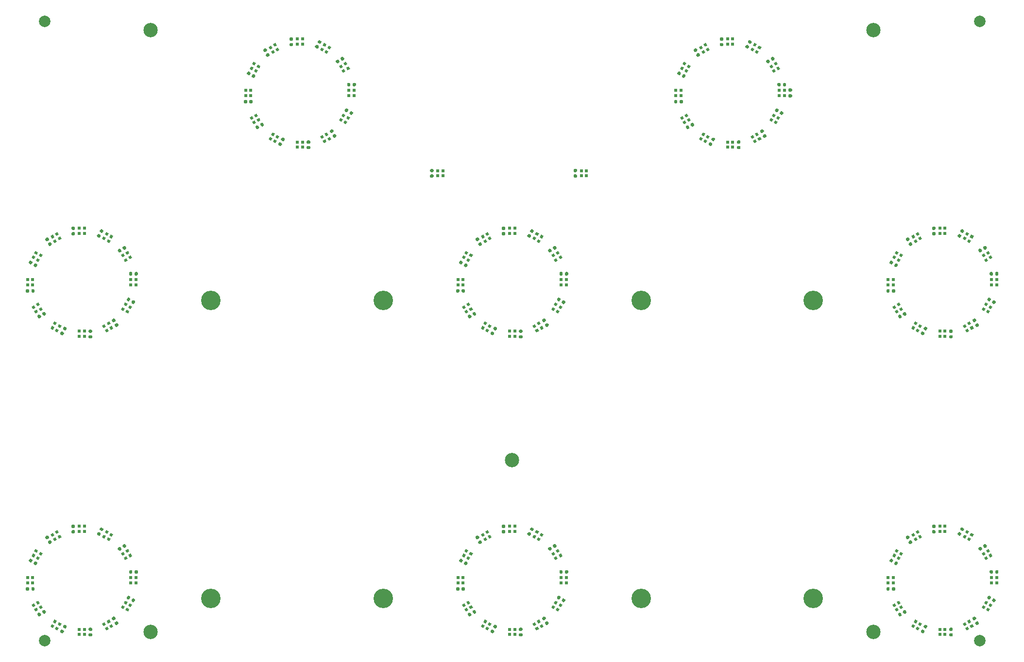
<source format=gts>
G04 #@! TF.GenerationSoftware,KiCad,Pcbnew,8.0.4+1*
G04 #@! TF.CreationDate,2024-10-08T22:17:05+00:00*
G04 #@! TF.ProjectId,pedalboard-display,70656461-6c62-46f6-9172-642d64697370,0.0.0-RC1*
G04 #@! TF.SameCoordinates,Original*
G04 #@! TF.FileFunction,Soldermask,Top*
G04 #@! TF.FilePolarity,Negative*
%FSLAX46Y46*%
G04 Gerber Fmt 4.6, Leading zero omitted, Abs format (unit mm)*
G04 Created by KiCad (PCBNEW 8.0.4+1) date 2024-10-08 22:17:05*
%MOMM*%
%LPD*%
G01*
G04 APERTURE LIST*
%ADD10C,2.000000*%
%ADD11R,0.500000X0.500000*%
%ADD12C,2.500000*%
%ADD13C,3.400000*%
G04 APERTURE END LIST*
D10*
X188500000Y-26500000D03*
G36*
G01*
X63662776Y-31359553D02*
X63957224Y-31189553D01*
G75*
G02*
X64148468Y-31240797I70000J-121244D01*
G01*
X64288468Y-31483285D01*
G75*
G02*
X64237224Y-31674529I-121244J-70000D01*
G01*
X63942776Y-31844529D01*
G75*
G02*
X63751532Y-31793285I-70000J121244D01*
G01*
X63611532Y-31550797D01*
G75*
G02*
X63662776Y-31359553I121244J70000D01*
G01*
G37*
G36*
G01*
X64142776Y-32190937D02*
X64437224Y-32020937D01*
G75*
G02*
X64628468Y-32072181I70000J-121244D01*
G01*
X64768468Y-32314669D01*
G75*
G02*
X64717224Y-32505913I-121244J-70000D01*
G01*
X64422776Y-32675913D01*
G75*
G02*
X64231532Y-32624669I-70000J121244D01*
G01*
X64091532Y-32382181D01*
G75*
G02*
X64142776Y-32190937I121244J70000D01*
G01*
G37*
G36*
G01*
X116760000Y-70360000D02*
X116760000Y-70700000D01*
G75*
G02*
X116620000Y-70840000I-140000J0D01*
G01*
X116340000Y-70840000D01*
G75*
G02*
X116200000Y-70700000I0J140000D01*
G01*
X116200000Y-70360000D01*
G75*
G02*
X116340000Y-70220000I140000J0D01*
G01*
X116620000Y-70220000D01*
G75*
G02*
X116760000Y-70360000I0J-140000D01*
G01*
G37*
G36*
G01*
X115800000Y-70360000D02*
X115800000Y-70700000D01*
G75*
G02*
X115660000Y-70840000I-140000J0D01*
G01*
X115380000Y-70840000D01*
G75*
G02*
X115240000Y-70700000I0J140000D01*
G01*
X115240000Y-70360000D01*
G75*
G02*
X115380000Y-70220000I140000J0D01*
G01*
X115660000Y-70220000D01*
G75*
G02*
X115800000Y-70360000I0J-140000D01*
G01*
G37*
G36*
X186676795Y-132500446D02*
G01*
X186243783Y-132750446D01*
X185993783Y-132317434D01*
X186426795Y-132067434D01*
X186676795Y-132500446D01*
G37*
G36*
X187456217Y-132050446D02*
G01*
X187023205Y-132300446D01*
X186773205Y-131867434D01*
X187206217Y-131617434D01*
X187456217Y-132050446D01*
G37*
G36*
X187006217Y-131271024D02*
G01*
X186573205Y-131521024D01*
X186323205Y-131088012D01*
X186756217Y-130838012D01*
X187006217Y-131271024D01*
G37*
G36*
X186226795Y-131721024D02*
G01*
X185793783Y-131971024D01*
X185543783Y-131538012D01*
X185976795Y-131288012D01*
X186226795Y-131721024D01*
G37*
G36*
X36676795Y-80500446D02*
G01*
X36243783Y-80750446D01*
X35993783Y-80317434D01*
X36426795Y-80067434D01*
X36676795Y-80500446D01*
G37*
G36*
X37456217Y-80050446D02*
G01*
X37023205Y-80300446D01*
X36773205Y-79867434D01*
X37206217Y-79617434D01*
X37456217Y-80050446D01*
G37*
G36*
X37006217Y-79271024D02*
G01*
X36573205Y-79521024D01*
X36323205Y-79088012D01*
X36756217Y-78838012D01*
X37006217Y-79271024D01*
G37*
G36*
X36226795Y-79721024D02*
G01*
X35793783Y-79971024D01*
X35543783Y-79538012D01*
X35976795Y-79288012D01*
X36226795Y-79721024D01*
G37*
D11*
X181550000Y-133450000D03*
X182450000Y-133450000D03*
X182450000Y-132550000D03*
X181550000Y-132550000D03*
G36*
X149676795Y-47500446D02*
G01*
X149243783Y-47750446D01*
X148993783Y-47317434D01*
X149426795Y-47067434D01*
X149676795Y-47500446D01*
G37*
G36*
X150456217Y-47050446D02*
G01*
X150023205Y-47300446D01*
X149773205Y-46867434D01*
X150206217Y-46617434D01*
X150456217Y-47050446D01*
G37*
G36*
X150006217Y-46271024D02*
G01*
X149573205Y-46521024D01*
X149323205Y-46088012D01*
X149756217Y-45838012D01*
X150006217Y-46271024D01*
G37*
G36*
X149226795Y-46721024D02*
G01*
X148793783Y-46971024D01*
X148543783Y-46538012D01*
X148976795Y-46288012D01*
X149226795Y-46721024D01*
G37*
X116450000Y-72450000D03*
X116450000Y-71550000D03*
X115550000Y-71550000D03*
X115550000Y-72450000D03*
G36*
G01*
X143330000Y-29300000D02*
X143670000Y-29300000D01*
G75*
G02*
X143810000Y-29440000I0J-140000D01*
G01*
X143810000Y-29720000D01*
G75*
G02*
X143670000Y-29860000I-140000J0D01*
G01*
X143330000Y-29860000D01*
G75*
G02*
X143190000Y-29720000I0J140000D01*
G01*
X143190000Y-29440000D01*
G75*
G02*
X143330000Y-29300000I140000J0D01*
G01*
G37*
G36*
G01*
X143330000Y-30260000D02*
X143670000Y-30260000D01*
G75*
G02*
X143810000Y-30400000I0J-140000D01*
G01*
X143810000Y-30680000D01*
G75*
G02*
X143670000Y-30820000I-140000J0D01*
G01*
X143330000Y-30820000D01*
G75*
G02*
X143190000Y-30680000I0J140000D01*
G01*
X143190000Y-30400000D01*
G75*
G02*
X143330000Y-30260000I140000J0D01*
G01*
G37*
G36*
G01*
X24426820Y-78277224D02*
X24256820Y-77982776D01*
G75*
G02*
X24308064Y-77791532I121244J70000D01*
G01*
X24550552Y-77651532D01*
G75*
G02*
X24741796Y-77702776I70000J-121244D01*
G01*
X24911796Y-77997224D01*
G75*
G02*
X24860552Y-78188468I-121244J-70000D01*
G01*
X24618064Y-78328468D01*
G75*
G02*
X24426820Y-78277224I-70000J121244D01*
G01*
G37*
G36*
G01*
X25258204Y-77797224D02*
X25088204Y-77502776D01*
G75*
G02*
X25139448Y-77311532I121244J70000D01*
G01*
X25381936Y-77171532D01*
G75*
G02*
X25573180Y-77222776I70000J-121244D01*
G01*
X25743180Y-77517224D01*
G75*
G02*
X25691936Y-77708468I-121244J-70000D01*
G01*
X25449448Y-77848468D01*
G75*
G02*
X25258204Y-77797224I-70000J121244D01*
G01*
G37*
G36*
X111676795Y-80500446D02*
G01*
X111243783Y-80750446D01*
X110993783Y-80317434D01*
X111426795Y-80067434D01*
X111676795Y-80500446D01*
G37*
G36*
X112456217Y-80050446D02*
G01*
X112023205Y-80300446D01*
X111773205Y-79867434D01*
X112206217Y-79617434D01*
X112456217Y-80050446D01*
G37*
G36*
X112006217Y-79271024D02*
G01*
X111573205Y-79521024D01*
X111323205Y-79088012D01*
X111756217Y-78838012D01*
X112006217Y-79271024D01*
G37*
G36*
X111226795Y-79721024D02*
G01*
X110793783Y-79971024D01*
X110543783Y-79538012D01*
X110976795Y-79288012D01*
X111226795Y-79721024D01*
G37*
G36*
G01*
X174426820Y-130277224D02*
X174256820Y-129982776D01*
G75*
G02*
X174308064Y-129791532I121244J70000D01*
G01*
X174550552Y-129651532D01*
G75*
G02*
X174741796Y-129702776I70000J-121244D01*
G01*
X174911796Y-129997224D01*
G75*
G02*
X174860552Y-130188468I-121244J-70000D01*
G01*
X174618064Y-130328468D01*
G75*
G02*
X174426820Y-130277224I-70000J121244D01*
G01*
G37*
G36*
G01*
X175258204Y-129797224D02*
X175088204Y-129502776D01*
G75*
G02*
X175139448Y-129311532I121244J70000D01*
G01*
X175381936Y-129171532D01*
G75*
G02*
X175573180Y-129222776I70000J-121244D01*
G01*
X175743180Y-129517224D01*
G75*
G02*
X175691936Y-129708468I-121244J-70000D01*
G01*
X175449448Y-129848468D01*
G75*
G02*
X175258204Y-129797224I-70000J121244D01*
G01*
G37*
X41450000Y-72450000D03*
X41450000Y-71550000D03*
X40550000Y-71550000D03*
X40550000Y-72450000D03*
G36*
G01*
X138662776Y-31359553D02*
X138957224Y-31189553D01*
G75*
G02*
X139148468Y-31240797I70000J-121244D01*
G01*
X139288468Y-31483285D01*
G75*
G02*
X139237224Y-31674529I-121244J-70000D01*
G01*
X138942776Y-31844529D01*
G75*
G02*
X138751532Y-31793285I-70000J121244D01*
G01*
X138611532Y-31550797D01*
G75*
G02*
X138662776Y-31359553I121244J70000D01*
G01*
G37*
G36*
G01*
X139142776Y-32190937D02*
X139437224Y-32020937D01*
G75*
G02*
X139628468Y-32072181I70000J-121244D01*
G01*
X139768468Y-32314669D01*
G75*
G02*
X139717224Y-32505913I-121244J-70000D01*
G01*
X139422776Y-32675913D01*
G75*
G02*
X139231532Y-32624669I-70000J121244D01*
G01*
X139091532Y-32382181D01*
G75*
G02*
X139142776Y-32190937I121244J70000D01*
G01*
G37*
G36*
G01*
X191760000Y-70360000D02*
X191760000Y-70700000D01*
G75*
G02*
X191620000Y-70840000I-140000J0D01*
G01*
X191340000Y-70840000D01*
G75*
G02*
X191200000Y-70700000I0J140000D01*
G01*
X191200000Y-70360000D01*
G75*
G02*
X191340000Y-70220000I140000J0D01*
G01*
X191620000Y-70220000D01*
G75*
G02*
X191760000Y-70360000I0J-140000D01*
G01*
G37*
G36*
G01*
X190800000Y-70360000D02*
X190800000Y-70700000D01*
G75*
G02*
X190660000Y-70840000I-140000J0D01*
G01*
X190380000Y-70840000D01*
G75*
G02*
X190240000Y-70700000I0J140000D01*
G01*
X190240000Y-70360000D01*
G75*
G02*
X190380000Y-70220000I140000J0D01*
G01*
X190660000Y-70220000D01*
G75*
G02*
X190800000Y-70360000I0J-140000D01*
G01*
G37*
G36*
X115300446Y-129023205D02*
G01*
X115050446Y-129456217D01*
X114617434Y-129206217D01*
X114867434Y-128773205D01*
X115300446Y-129023205D01*
G37*
G36*
X115750446Y-128243783D02*
G01*
X115500446Y-128676795D01*
X115067434Y-128426795D01*
X115317434Y-127993783D01*
X115750446Y-128243783D01*
G37*
G36*
X114971024Y-127793783D02*
G01*
X114721024Y-128226795D01*
X114288012Y-127976795D01*
X114538012Y-127543783D01*
X114971024Y-127793783D01*
G37*
G36*
X114521024Y-128573205D02*
G01*
X114271024Y-129006217D01*
X113838012Y-128756217D01*
X114088012Y-128323205D01*
X114521024Y-128573205D01*
G37*
G36*
X40500446Y-119323205D02*
G01*
X40750446Y-119756217D01*
X40317434Y-120006217D01*
X40067434Y-119573205D01*
X40500446Y-119323205D01*
G37*
G36*
X40050446Y-118543783D02*
G01*
X40300446Y-118976795D01*
X39867434Y-119226795D01*
X39617434Y-118793783D01*
X40050446Y-118543783D01*
G37*
G36*
X39271024Y-118993783D02*
G01*
X39521024Y-119426795D01*
X39088012Y-119676795D01*
X38838012Y-119243783D01*
X39271024Y-118993783D01*
G37*
G36*
X39721024Y-119773205D02*
G01*
X39971024Y-120206217D01*
X39538012Y-120456217D01*
X39288012Y-120023205D01*
X39721024Y-119773205D01*
G37*
X70450000Y-29550000D03*
X69550000Y-29550000D03*
X69550000Y-30450000D03*
X70450000Y-30450000D03*
G36*
X98699554Y-66976795D02*
G01*
X98949554Y-66543783D01*
X99382566Y-66793783D01*
X99132566Y-67226795D01*
X98699554Y-66976795D01*
G37*
G36*
X98249554Y-67756217D02*
G01*
X98499554Y-67323205D01*
X98932566Y-67573205D01*
X98682566Y-68006217D01*
X98249554Y-67756217D01*
G37*
G36*
X99028976Y-68206217D02*
G01*
X99278976Y-67773205D01*
X99711988Y-68023205D01*
X99461988Y-68456217D01*
X99028976Y-68206217D01*
G37*
G36*
X99478976Y-67426795D02*
G01*
X99728976Y-66993783D01*
X100161988Y-67243783D01*
X99911988Y-67676795D01*
X99478976Y-67426795D01*
G37*
X116450000Y-124450000D03*
X116450000Y-123550000D03*
X115550000Y-123550000D03*
X115550000Y-124450000D03*
X154450000Y-39450000D03*
X154450000Y-38550000D03*
X153550000Y-38550000D03*
X153550000Y-39450000D03*
G36*
X187023205Y-63699554D02*
G01*
X187456217Y-63949554D01*
X187206217Y-64382566D01*
X186773205Y-64132566D01*
X187023205Y-63699554D01*
G37*
G36*
X186243783Y-63249554D02*
G01*
X186676795Y-63499554D01*
X186426795Y-63932566D01*
X185993783Y-63682566D01*
X186243783Y-63249554D01*
G37*
G36*
X185793783Y-64028976D02*
G01*
X186226795Y-64278976D01*
X185976795Y-64711988D01*
X185543783Y-64461988D01*
X185793783Y-64028976D01*
G37*
G36*
X186573205Y-64478976D02*
G01*
X187006217Y-64728976D01*
X186756217Y-65161988D01*
X186323205Y-64911988D01*
X186573205Y-64478976D01*
G37*
G36*
G01*
X172240000Y-125670000D02*
X172240000Y-125330000D01*
G75*
G02*
X172380000Y-125190000I140000J0D01*
G01*
X172660000Y-125190000D01*
G75*
G02*
X172800000Y-125330000I0J-140000D01*
G01*
X172800000Y-125670000D01*
G75*
G02*
X172660000Y-125810000I-140000J0D01*
G01*
X172380000Y-125810000D01*
G75*
G02*
X172240000Y-125670000I0J140000D01*
G01*
G37*
G36*
G01*
X173200000Y-125670000D02*
X173200000Y-125330000D01*
G75*
G02*
X173340000Y-125190000I140000J0D01*
G01*
X173620000Y-125190000D01*
G75*
G02*
X173760000Y-125330000I0J-140000D01*
G01*
X173760000Y-125670000D01*
G75*
G02*
X173620000Y-125810000I-140000J0D01*
G01*
X173340000Y-125810000D01*
G75*
G02*
X173200000Y-125670000I0J140000D01*
G01*
G37*
X145450000Y-29550000D03*
X144550000Y-29550000D03*
X144550000Y-30450000D03*
X145450000Y-30450000D03*
G36*
G01*
X175662776Y-64359553D02*
X175957224Y-64189553D01*
G75*
G02*
X176148468Y-64240797I70000J-121244D01*
G01*
X176288468Y-64483285D01*
G75*
G02*
X176237224Y-64674529I-121244J-70000D01*
G01*
X175942776Y-64844529D01*
G75*
G02*
X175751532Y-64793285I-70000J121244D01*
G01*
X175611532Y-64550797D01*
G75*
G02*
X175662776Y-64359553I121244J70000D01*
G01*
G37*
G36*
G01*
X176142776Y-65190937D02*
X176437224Y-65020937D01*
G75*
G02*
X176628468Y-65072181I70000J-121244D01*
G01*
X176768468Y-65314669D01*
G75*
G02*
X176717224Y-65505913I-121244J-70000D01*
G01*
X176422776Y-65675913D01*
G75*
G02*
X176231532Y-65624669I-70000J121244D01*
G01*
X176091532Y-65382181D01*
G75*
G02*
X176142776Y-65190937I121244J70000D01*
G01*
G37*
X31550000Y-81450000D03*
X32450000Y-81450000D03*
X32450000Y-80550000D03*
X31550000Y-80550000D03*
G36*
G01*
X22756820Y-68567224D02*
X22926820Y-68272776D01*
G75*
G02*
X23118064Y-68221532I121244J-70000D01*
G01*
X23360552Y-68361532D01*
G75*
G02*
X23411796Y-68552776I-70000J-121244D01*
G01*
X23241796Y-68847224D01*
G75*
G02*
X23050552Y-68898468I-121244J70000D01*
G01*
X22808064Y-68758468D01*
G75*
G02*
X22756820Y-68567224I70000J121244D01*
G01*
G37*
G36*
G01*
X23588204Y-69047224D02*
X23758204Y-68752776D01*
G75*
G02*
X23949448Y-68701532I121244J-70000D01*
G01*
X24191936Y-68841532D01*
G75*
G02*
X24243180Y-69032776I-70000J-121244D01*
G01*
X24073180Y-69327224D01*
G75*
G02*
X23881936Y-69378468I-121244J70000D01*
G01*
X23639448Y-69238468D01*
G75*
G02*
X23588204Y-69047224I70000J121244D01*
G01*
G37*
G36*
X153300446Y-44023205D02*
G01*
X153050446Y-44456217D01*
X152617434Y-44206217D01*
X152867434Y-43773205D01*
X153300446Y-44023205D01*
G37*
G36*
X153750446Y-43243783D02*
G01*
X153500446Y-43676795D01*
X153067434Y-43426795D01*
X153317434Y-42993783D01*
X153750446Y-43243783D01*
G37*
G36*
X152971024Y-42793783D02*
G01*
X152721024Y-43226795D01*
X152288012Y-42976795D01*
X152538012Y-42543783D01*
X152971024Y-42793783D01*
G37*
G36*
X152521024Y-43573205D02*
G01*
X152271024Y-44006217D01*
X151838012Y-43756217D01*
X152088012Y-43323205D01*
X152521024Y-43573205D01*
G37*
G36*
X98699554Y-118976795D02*
G01*
X98949554Y-118543783D01*
X99382566Y-118793783D01*
X99132566Y-119226795D01*
X98699554Y-118976795D01*
G37*
G36*
X98249554Y-119756217D02*
G01*
X98499554Y-119323205D01*
X98932566Y-119573205D01*
X98682566Y-120006217D01*
X98249554Y-119756217D01*
G37*
G36*
X99028976Y-120206217D02*
G01*
X99278976Y-119773205D01*
X99711988Y-120023205D01*
X99461988Y-120456217D01*
X99028976Y-120206217D01*
G37*
G36*
X99478976Y-119426795D02*
G01*
X99728976Y-118993783D01*
X100161988Y-119243783D01*
X99911988Y-119676795D01*
X99478976Y-119426795D01*
G37*
G36*
X136499554Y-43676795D02*
G01*
X136249554Y-43243783D01*
X136682566Y-42993783D01*
X136932566Y-43426795D01*
X136499554Y-43676795D01*
G37*
G36*
X136949554Y-44456217D02*
G01*
X136699554Y-44023205D01*
X137132566Y-43773205D01*
X137382566Y-44206217D01*
X136949554Y-44456217D01*
G37*
G36*
X137728976Y-44006217D02*
G01*
X137478976Y-43573205D01*
X137911988Y-43323205D01*
X138161988Y-43756217D01*
X137728976Y-44006217D01*
G37*
G36*
X137278976Y-43226795D02*
G01*
X137028976Y-42793783D01*
X137461988Y-42543783D01*
X137711988Y-42976795D01*
X137278976Y-43226795D01*
G37*
G36*
G01*
X114573180Y-117722776D02*
X114743180Y-118017224D01*
G75*
G02*
X114691936Y-118208468I-121244J-70000D01*
G01*
X114449448Y-118348468D01*
G75*
G02*
X114258204Y-118297224I-70000J121244D01*
G01*
X114088204Y-118002776D01*
G75*
G02*
X114139448Y-117811532I121244J70000D01*
G01*
X114381936Y-117671532D01*
G75*
G02*
X114573180Y-117722776I70000J-121244D01*
G01*
G37*
G36*
G01*
X113741796Y-118202776D02*
X113911796Y-118497224D01*
G75*
G02*
X113860552Y-118688468I-121244J-70000D01*
G01*
X113618064Y-118828468D01*
G75*
G02*
X113426820Y-118777224I-70000J121244D01*
G01*
X113256820Y-118482776D01*
G75*
G02*
X113308064Y-118291532I121244J70000D01*
G01*
X113550552Y-118151532D01*
G75*
G02*
X113741796Y-118202776I70000J-121244D01*
G01*
G37*
X144550000Y-48450000D03*
X145450000Y-48450000D03*
X145450000Y-47550000D03*
X144550000Y-47550000D03*
G36*
X112023205Y-115699554D02*
G01*
X112456217Y-115949554D01*
X112206217Y-116382566D01*
X111773205Y-116132566D01*
X112023205Y-115699554D01*
G37*
G36*
X111243783Y-115249554D02*
G01*
X111676795Y-115499554D01*
X111426795Y-115932566D01*
X110993783Y-115682566D01*
X111243783Y-115249554D01*
G37*
G36*
X110793783Y-116028976D02*
G01*
X111226795Y-116278976D01*
X110976795Y-116711988D01*
X110543783Y-116461988D01*
X110793783Y-116028976D01*
G37*
G36*
X111573205Y-116478976D02*
G01*
X112006217Y-116728976D01*
X111756217Y-117161988D01*
X111323205Y-116911988D01*
X111573205Y-116478976D01*
G37*
X135550000Y-38550000D03*
X135550000Y-39450000D03*
X136450000Y-39450000D03*
X136450000Y-38550000D03*
G36*
G01*
X174426820Y-78277224D02*
X174256820Y-77982776D01*
G75*
G02*
X174308064Y-77791532I121244J70000D01*
G01*
X174550552Y-77651532D01*
G75*
G02*
X174741796Y-77702776I70000J-121244D01*
G01*
X174911796Y-77997224D01*
G75*
G02*
X174860552Y-78188468I-121244J-70000D01*
G01*
X174618064Y-78328468D01*
G75*
G02*
X174426820Y-78277224I-70000J121244D01*
G01*
G37*
G36*
G01*
X175258204Y-77797224D02*
X175088204Y-77502776D01*
G75*
G02*
X175139448Y-77311532I121244J70000D01*
G01*
X175381936Y-77171532D01*
G75*
G02*
X175573180Y-77222776I70000J-121244D01*
G01*
X175743180Y-77517224D01*
G75*
G02*
X175691936Y-77708468I-121244J-70000D01*
G01*
X175449448Y-77848468D01*
G75*
G02*
X175258204Y-77797224I-70000J121244D01*
G01*
G37*
G36*
X136699554Y-33976795D02*
G01*
X136949554Y-33543783D01*
X137382566Y-33793783D01*
X137132566Y-34226795D01*
X136699554Y-33976795D01*
G37*
G36*
X136249554Y-34756217D02*
G01*
X136499554Y-34323205D01*
X136932566Y-34573205D01*
X136682566Y-35006217D01*
X136249554Y-34756217D01*
G37*
G36*
X137028976Y-35206217D02*
G01*
X137278976Y-34773205D01*
X137711988Y-35023205D01*
X137461988Y-35456217D01*
X137028976Y-35206217D01*
G37*
G36*
X137478976Y-34426795D02*
G01*
X137728976Y-33993783D01*
X138161988Y-34243783D01*
X137911988Y-34676795D01*
X137478976Y-34426795D01*
G37*
D12*
X170000000Y-133000000D03*
X170000000Y-28000000D03*
D11*
X182450000Y-62550000D03*
X181550000Y-62550000D03*
X181550000Y-63450000D03*
X182450000Y-63450000D03*
G36*
X102323205Y-63499554D02*
G01*
X102756217Y-63249554D01*
X103006217Y-63682566D01*
X102573205Y-63932566D01*
X102323205Y-63499554D01*
G37*
G36*
X101543783Y-63949554D02*
G01*
X101976795Y-63699554D01*
X102226795Y-64132566D01*
X101793783Y-64382566D01*
X101543783Y-63949554D01*
G37*
G36*
X101993783Y-64728976D02*
G01*
X102426795Y-64478976D01*
X102676795Y-64911988D01*
X102243783Y-65161988D01*
X101993783Y-64728976D01*
G37*
G36*
X102773205Y-64278976D02*
G01*
X103206217Y-64028976D01*
X103456217Y-64461988D01*
X103023205Y-64711988D01*
X102773205Y-64278976D01*
G37*
D10*
X25500000Y-26500000D03*
G36*
G01*
X172240000Y-73670000D02*
X172240000Y-73330000D01*
G75*
G02*
X172380000Y-73190000I140000J0D01*
G01*
X172660000Y-73190000D01*
G75*
G02*
X172800000Y-73330000I0J-140000D01*
G01*
X172800000Y-73670000D01*
G75*
G02*
X172660000Y-73810000I-140000J0D01*
G01*
X172380000Y-73810000D01*
G75*
G02*
X172240000Y-73670000I0J140000D01*
G01*
G37*
G36*
G01*
X173200000Y-73670000D02*
X173200000Y-73330000D01*
G75*
G02*
X173340000Y-73190000I140000J0D01*
G01*
X173620000Y-73190000D01*
G75*
G02*
X173760000Y-73330000I0J-140000D01*
G01*
X173760000Y-73670000D01*
G75*
G02*
X173620000Y-73810000I-140000J0D01*
G01*
X173340000Y-73810000D01*
G75*
G02*
X173200000Y-73670000I0J140000D01*
G01*
G37*
G36*
X74676795Y-47500446D02*
G01*
X74243783Y-47750446D01*
X73993783Y-47317434D01*
X74426795Y-47067434D01*
X74676795Y-47500446D01*
G37*
G36*
X75456217Y-47050446D02*
G01*
X75023205Y-47300446D01*
X74773205Y-46867434D01*
X75206217Y-46617434D01*
X75456217Y-47050446D01*
G37*
G36*
X75006217Y-46271024D02*
G01*
X74573205Y-46521024D01*
X74323205Y-46088012D01*
X74756217Y-45838012D01*
X75006217Y-46271024D01*
G37*
G36*
X74226795Y-46721024D02*
G01*
X73793783Y-46971024D01*
X73543783Y-46538012D01*
X73976795Y-46288012D01*
X74226795Y-46721024D01*
G37*
G36*
X23499554Y-128676795D02*
G01*
X23249554Y-128243783D01*
X23682566Y-127993783D01*
X23932566Y-128426795D01*
X23499554Y-128676795D01*
G37*
G36*
X23949554Y-129456217D02*
G01*
X23699554Y-129023205D01*
X24132566Y-128773205D01*
X24382566Y-129206217D01*
X23949554Y-129456217D01*
G37*
G36*
X24728976Y-129006217D02*
G01*
X24478976Y-128573205D01*
X24911988Y-128323205D01*
X25161988Y-128756217D01*
X24728976Y-129006217D01*
G37*
G36*
X24278976Y-128226795D02*
G01*
X24028976Y-127793783D01*
X24461988Y-127543783D01*
X24711988Y-127976795D01*
X24278976Y-128226795D01*
G37*
G36*
G01*
X38327224Y-131640447D02*
X38032776Y-131810447D01*
G75*
G02*
X37841532Y-131759203I-70000J121244D01*
G01*
X37701532Y-131516715D01*
G75*
G02*
X37752776Y-131325471I121244J70000D01*
G01*
X38047224Y-131155471D01*
G75*
G02*
X38238468Y-131206715I70000J-121244D01*
G01*
X38378468Y-131449203D01*
G75*
G02*
X38327224Y-131640447I-121244J-70000D01*
G01*
G37*
G36*
G01*
X37847224Y-130809063D02*
X37552776Y-130979063D01*
G75*
G02*
X37361532Y-130927819I-70000J121244D01*
G01*
X37221532Y-130685331D01*
G75*
G02*
X37272776Y-130494087I121244J70000D01*
G01*
X37567224Y-130324087D01*
G75*
G02*
X37758468Y-130375331I70000J-121244D01*
G01*
X37898468Y-130617819D01*
G75*
G02*
X37847224Y-130809063I-121244J-70000D01*
G01*
G37*
G36*
G01*
X185432776Y-114756820D02*
X185727224Y-114926820D01*
G75*
G02*
X185778468Y-115118064I-70000J-121244D01*
G01*
X185638468Y-115360552D01*
G75*
G02*
X185447224Y-115411796I-121244J70000D01*
G01*
X185152776Y-115241796D01*
G75*
G02*
X185101532Y-115050552I70000J121244D01*
G01*
X185241532Y-114808064D01*
G75*
G02*
X185432776Y-114756820I121244J-70000D01*
G01*
G37*
G36*
G01*
X184952776Y-115588204D02*
X185247224Y-115758204D01*
G75*
G02*
X185298468Y-115949448I-70000J-121244D01*
G01*
X185158468Y-116191936D01*
G75*
G02*
X184967224Y-116243180I-121244J70000D01*
G01*
X184672776Y-116073180D01*
G75*
G02*
X184621532Y-115881936I70000J121244D01*
G01*
X184761532Y-115639448D01*
G75*
G02*
X184952776Y-115588204I121244J-70000D01*
G01*
G37*
D11*
X60550000Y-38550000D03*
X60550000Y-39450000D03*
X61450000Y-39450000D03*
X61450000Y-38550000D03*
G36*
G01*
X60756820Y-35567224D02*
X60926820Y-35272776D01*
G75*
G02*
X61118064Y-35221532I121244J-70000D01*
G01*
X61360552Y-35361532D01*
G75*
G02*
X61411796Y-35552776I-70000J-121244D01*
G01*
X61241796Y-35847224D01*
G75*
G02*
X61050552Y-35898468I-121244J70000D01*
G01*
X60808064Y-35758468D01*
G75*
G02*
X60756820Y-35567224I70000J121244D01*
G01*
G37*
G36*
G01*
X61588204Y-36047224D02*
X61758204Y-35752776D01*
G75*
G02*
X61949448Y-35701532I121244J-70000D01*
G01*
X62191936Y-35841532D01*
G75*
G02*
X62243180Y-36032776I-70000J-121244D01*
G01*
X62073180Y-36327224D01*
G75*
G02*
X61881936Y-36378468I-121244J70000D01*
G01*
X61639448Y-36238468D01*
G75*
G02*
X61588204Y-36047224I70000J121244D01*
G01*
G37*
G36*
G01*
X97756820Y-120567224D02*
X97926820Y-120272776D01*
G75*
G02*
X98118064Y-120221532I121244J-70000D01*
G01*
X98360552Y-120361532D01*
G75*
G02*
X98411796Y-120552776I-70000J-121244D01*
G01*
X98241796Y-120847224D01*
G75*
G02*
X98050552Y-120898468I-121244J70000D01*
G01*
X97808064Y-120758468D01*
G75*
G02*
X97756820Y-120567224I70000J121244D01*
G01*
G37*
G36*
G01*
X98588204Y-121047224D02*
X98758204Y-120752776D01*
G75*
G02*
X98949448Y-120701532I121244J-70000D01*
G01*
X99191936Y-120841532D01*
G75*
G02*
X99243180Y-121032776I-70000J-121244D01*
G01*
X99073180Y-121327224D01*
G75*
G02*
X98881936Y-121378468I-121244J70000D01*
G01*
X98639448Y-121238468D01*
G75*
G02*
X98588204Y-121047224I70000J121244D01*
G01*
G37*
X181550000Y-81450000D03*
X182450000Y-81450000D03*
X182450000Y-80550000D03*
X181550000Y-80550000D03*
G36*
X115500446Y-67323205D02*
G01*
X115750446Y-67756217D01*
X115317434Y-68006217D01*
X115067434Y-67573205D01*
X115500446Y-67323205D01*
G37*
G36*
X115050446Y-66543783D02*
G01*
X115300446Y-66976795D01*
X114867434Y-67226795D01*
X114617434Y-66793783D01*
X115050446Y-66543783D01*
G37*
G36*
X114271024Y-66993783D02*
G01*
X114521024Y-67426795D01*
X114088012Y-67676795D01*
X113838012Y-67243783D01*
X114271024Y-66993783D01*
G37*
G36*
X114721024Y-67773205D02*
G01*
X114971024Y-68206217D01*
X114538012Y-68456217D01*
X114288012Y-68023205D01*
X114721024Y-67773205D01*
G37*
G36*
G01*
X135240000Y-40670000D02*
X135240000Y-40330000D01*
G75*
G02*
X135380000Y-40190000I140000J0D01*
G01*
X135660000Y-40190000D01*
G75*
G02*
X135800000Y-40330000I0J-140000D01*
G01*
X135800000Y-40670000D01*
G75*
G02*
X135660000Y-40810000I-140000J0D01*
G01*
X135380000Y-40810000D01*
G75*
G02*
X135240000Y-40670000I0J140000D01*
G01*
G37*
G36*
G01*
X136200000Y-40670000D02*
X136200000Y-40330000D01*
G75*
G02*
X136340000Y-40190000I140000J0D01*
G01*
X136620000Y-40190000D01*
G75*
G02*
X136760000Y-40330000I0J-140000D01*
G01*
X136760000Y-40670000D01*
G75*
G02*
X136620000Y-40810000I-140000J0D01*
G01*
X136340000Y-40810000D01*
G75*
G02*
X136200000Y-40670000I0J140000D01*
G01*
G37*
G36*
G01*
X105330000Y-62300000D02*
X105670000Y-62300000D01*
G75*
G02*
X105810000Y-62440000I0J-140000D01*
G01*
X105810000Y-62720000D01*
G75*
G02*
X105670000Y-62860000I-140000J0D01*
G01*
X105330000Y-62860000D01*
G75*
G02*
X105190000Y-62720000I0J140000D01*
G01*
X105190000Y-62440000D01*
G75*
G02*
X105330000Y-62300000I140000J0D01*
G01*
G37*
G36*
G01*
X105330000Y-63260000D02*
X105670000Y-63260000D01*
G75*
G02*
X105810000Y-63400000I0J-140000D01*
G01*
X105810000Y-63680000D01*
G75*
G02*
X105670000Y-63820000I-140000J0D01*
G01*
X105330000Y-63820000D01*
G75*
G02*
X105190000Y-63680000I0J140000D01*
G01*
X105190000Y-63400000D01*
G75*
G02*
X105330000Y-63260000I140000J0D01*
G01*
G37*
X31550000Y-133450000D03*
X32450000Y-133450000D03*
X32450000Y-132550000D03*
X31550000Y-132550000D03*
G36*
X186676795Y-80500446D02*
G01*
X186243783Y-80750446D01*
X185993783Y-80317434D01*
X186426795Y-80067434D01*
X186676795Y-80500446D01*
G37*
G36*
X187456217Y-80050446D02*
G01*
X187023205Y-80300446D01*
X186773205Y-79867434D01*
X187206217Y-79617434D01*
X187456217Y-80050446D01*
G37*
G36*
X187006217Y-79271024D02*
G01*
X186573205Y-79521024D01*
X186323205Y-79088012D01*
X186756217Y-78838012D01*
X187006217Y-79271024D01*
G37*
G36*
X186226795Y-79721024D02*
G01*
X185793783Y-79971024D01*
X185543783Y-79538012D01*
X185976795Y-79288012D01*
X186226795Y-79721024D01*
G37*
G36*
X176976795Y-80300446D02*
G01*
X176543783Y-80050446D01*
X176793783Y-79617434D01*
X177226795Y-79867434D01*
X176976795Y-80300446D01*
G37*
G36*
X177756217Y-80750446D02*
G01*
X177323205Y-80500446D01*
X177573205Y-80067434D01*
X178006217Y-80317434D01*
X177756217Y-80750446D01*
G37*
G36*
X178206217Y-79971024D02*
G01*
X177773205Y-79721024D01*
X178023205Y-79288012D01*
X178456217Y-79538012D01*
X178206217Y-79971024D01*
G37*
G36*
X177426795Y-79521024D02*
G01*
X176993783Y-79271024D01*
X177243783Y-78838012D01*
X177676795Y-79088012D01*
X177426795Y-79521024D01*
G37*
X32450000Y-114550000D03*
X31550000Y-114550000D03*
X31550000Y-115450000D03*
X32450000Y-115450000D03*
G36*
X101976795Y-132300446D02*
G01*
X101543783Y-132050446D01*
X101793783Y-131617434D01*
X102226795Y-131867434D01*
X101976795Y-132300446D01*
G37*
G36*
X102756217Y-132750446D02*
G01*
X102323205Y-132500446D01*
X102573205Y-132067434D01*
X103006217Y-132317434D01*
X102756217Y-132750446D01*
G37*
G36*
X103206217Y-131971024D02*
G01*
X102773205Y-131721024D01*
X103023205Y-131288012D01*
X103456217Y-131538012D01*
X103206217Y-131971024D01*
G37*
G36*
X102426795Y-131521024D02*
G01*
X101993783Y-131271024D01*
X102243783Y-130838012D01*
X102676795Y-131088012D01*
X102426795Y-131521024D01*
G37*
G36*
G01*
X191760000Y-122360000D02*
X191760000Y-122700000D01*
G75*
G02*
X191620000Y-122840000I-140000J0D01*
G01*
X191340000Y-122840000D01*
G75*
G02*
X191200000Y-122700000I0J140000D01*
G01*
X191200000Y-122360000D01*
G75*
G02*
X191340000Y-122220000I140000J0D01*
G01*
X191620000Y-122220000D01*
G75*
G02*
X191760000Y-122360000I0J-140000D01*
G01*
G37*
G36*
G01*
X190800000Y-122360000D02*
X190800000Y-122700000D01*
G75*
G02*
X190660000Y-122840000I-140000J0D01*
G01*
X190380000Y-122840000D01*
G75*
G02*
X190240000Y-122700000I0J140000D01*
G01*
X190240000Y-122360000D01*
G75*
G02*
X190380000Y-122220000I140000J0D01*
G01*
X190660000Y-122220000D01*
G75*
G02*
X190800000Y-122360000I0J-140000D01*
G01*
G37*
G36*
G01*
X41760000Y-70360000D02*
X41760000Y-70700000D01*
G75*
G02*
X41620000Y-70840000I-140000J0D01*
G01*
X41340000Y-70840000D01*
G75*
G02*
X41200000Y-70700000I0J140000D01*
G01*
X41200000Y-70360000D01*
G75*
G02*
X41340000Y-70220000I140000J0D01*
G01*
X41620000Y-70220000D01*
G75*
G02*
X41760000Y-70360000I0J-140000D01*
G01*
G37*
G36*
G01*
X40800000Y-70360000D02*
X40800000Y-70700000D01*
G75*
G02*
X40660000Y-70840000I-140000J0D01*
G01*
X40380000Y-70840000D01*
G75*
G02*
X40240000Y-70700000I0J140000D01*
G01*
X40240000Y-70360000D01*
G75*
G02*
X40380000Y-70220000I140000J0D01*
G01*
X40660000Y-70220000D01*
G75*
G02*
X40800000Y-70360000I0J-140000D01*
G01*
G37*
G36*
G01*
X191293180Y-127482776D02*
X191123180Y-127777224D01*
G75*
G02*
X190931936Y-127828468I-121244J70000D01*
G01*
X190689448Y-127688468D01*
G75*
G02*
X190638204Y-127497224I70000J121244D01*
G01*
X190808204Y-127202776D01*
G75*
G02*
X190999448Y-127151532I121244J-70000D01*
G01*
X191241936Y-127291532D01*
G75*
G02*
X191293180Y-127482776I-70000J-121244D01*
G01*
G37*
G36*
G01*
X190461796Y-127002776D02*
X190291796Y-127297224D01*
G75*
G02*
X190100552Y-127348468I-121244J70000D01*
G01*
X189858064Y-127208468D01*
G75*
G02*
X189806820Y-127017224I70000J121244D01*
G01*
X189976820Y-126722776D01*
G75*
G02*
X190168064Y-126671532I121244J-70000D01*
G01*
X190410552Y-126811532D01*
G75*
G02*
X190461796Y-127002776I-70000J-121244D01*
G01*
G37*
X191450000Y-72450000D03*
X191450000Y-71550000D03*
X190550000Y-71550000D03*
X190550000Y-72450000D03*
G36*
G01*
X28567224Y-133243180D02*
X28272776Y-133073180D01*
G75*
G02*
X28221532Y-132881936I70000J121244D01*
G01*
X28361532Y-132639448D01*
G75*
G02*
X28552776Y-132588204I121244J-70000D01*
G01*
X28847224Y-132758204D01*
G75*
G02*
X28898468Y-132949448I-70000J-121244D01*
G01*
X28758468Y-133191936D01*
G75*
G02*
X28567224Y-133243180I-121244J70000D01*
G01*
G37*
G36*
G01*
X29047224Y-132411796D02*
X28752776Y-132241796D01*
G75*
G02*
X28701532Y-132050552I70000J121244D01*
G01*
X28841532Y-131808064D01*
G75*
G02*
X29032776Y-131756820I121244J-70000D01*
G01*
X29327224Y-131926820D01*
G75*
G02*
X29378468Y-132118064I-70000J-121244D01*
G01*
X29238468Y-132360552D01*
G75*
G02*
X29047224Y-132411796I-121244J70000D01*
G01*
G37*
G36*
G01*
X178567224Y-81243180D02*
X178272776Y-81073180D01*
G75*
G02*
X178221532Y-80881936I70000J121244D01*
G01*
X178361532Y-80639448D01*
G75*
G02*
X178552776Y-80588204I121244J-70000D01*
G01*
X178847224Y-80758204D01*
G75*
G02*
X178898468Y-80949448I-70000J-121244D01*
G01*
X178758468Y-81191936D01*
G75*
G02*
X178567224Y-81243180I-121244J70000D01*
G01*
G37*
G36*
G01*
X179047224Y-80411796D02*
X178752776Y-80241796D01*
G75*
G02*
X178701532Y-80050552I70000J121244D01*
G01*
X178841532Y-79808064D01*
G75*
G02*
X179032776Y-79756820I121244J-70000D01*
G01*
X179327224Y-79926820D01*
G75*
G02*
X179378468Y-80118064I-70000J-121244D01*
G01*
X179238468Y-80360552D01*
G75*
G02*
X179047224Y-80411796I-121244J70000D01*
G01*
G37*
G36*
X36676795Y-132500446D02*
G01*
X36243783Y-132750446D01*
X35993783Y-132317434D01*
X36426795Y-132067434D01*
X36676795Y-132500446D01*
G37*
G36*
X37456217Y-132050446D02*
G01*
X37023205Y-132300446D01*
X36773205Y-131867434D01*
X37206217Y-131617434D01*
X37456217Y-132050446D01*
G37*
G36*
X37006217Y-131271024D02*
G01*
X36573205Y-131521024D01*
X36323205Y-131088012D01*
X36756217Y-130838012D01*
X37006217Y-131271024D01*
G37*
G36*
X36226795Y-131721024D02*
G01*
X35793783Y-131971024D01*
X35543783Y-131538012D01*
X35976795Y-131288012D01*
X36226795Y-131721024D01*
G37*
G36*
G01*
X137426820Y-45277224D02*
X137256820Y-44982776D01*
G75*
G02*
X137308064Y-44791532I121244J70000D01*
G01*
X137550552Y-44651532D01*
G75*
G02*
X137741796Y-44702776I70000J-121244D01*
G01*
X137911796Y-44997224D01*
G75*
G02*
X137860552Y-45188468I-121244J-70000D01*
G01*
X137618064Y-45328468D01*
G75*
G02*
X137426820Y-45277224I-70000J121244D01*
G01*
G37*
G36*
G01*
X138258204Y-44797224D02*
X138088204Y-44502776D01*
G75*
G02*
X138139448Y-44311532I121244J70000D01*
G01*
X138381936Y-44171532D01*
G75*
G02*
X138573180Y-44222776I70000J-121244D01*
G01*
X138743180Y-44517224D01*
G75*
G02*
X138691936Y-44708468I-121244J-70000D01*
G01*
X138449448Y-44848468D01*
G75*
G02*
X138258204Y-44797224I-70000J121244D01*
G01*
G37*
G36*
X78300446Y-44023205D02*
G01*
X78050446Y-44456217D01*
X77617434Y-44206217D01*
X77867434Y-43773205D01*
X78300446Y-44023205D01*
G37*
G36*
X78750446Y-43243783D02*
G01*
X78500446Y-43676795D01*
X78067434Y-43426795D01*
X78317434Y-42993783D01*
X78750446Y-43243783D01*
G37*
G36*
X77971024Y-42793783D02*
G01*
X77721024Y-43226795D01*
X77288012Y-42976795D01*
X77538012Y-42543783D01*
X77971024Y-42793783D01*
G37*
G36*
X77521024Y-43573205D02*
G01*
X77271024Y-44006217D01*
X76838012Y-43756217D01*
X77088012Y-43323205D01*
X77521024Y-43573205D01*
G37*
G36*
G01*
X92830000Y-52240000D02*
X93170000Y-52240000D01*
G75*
G02*
X93310000Y-52380000I0J-140000D01*
G01*
X93310000Y-52660000D01*
G75*
G02*
X93170000Y-52800000I-140000J0D01*
G01*
X92830000Y-52800000D01*
G75*
G02*
X92690000Y-52660000I0J140000D01*
G01*
X92690000Y-52380000D01*
G75*
G02*
X92830000Y-52240000I140000J0D01*
G01*
G37*
G36*
G01*
X92830000Y-53200000D02*
X93170000Y-53200000D01*
G75*
G02*
X93310000Y-53340000I0J-140000D01*
G01*
X93310000Y-53620000D01*
G75*
G02*
X93170000Y-53760000I-140000J0D01*
G01*
X92830000Y-53760000D01*
G75*
G02*
X92690000Y-53620000I0J140000D01*
G01*
X92690000Y-53340000D01*
G75*
G02*
X92830000Y-53200000I140000J0D01*
G01*
G37*
G36*
G01*
X39573180Y-117722776D02*
X39743180Y-118017224D01*
G75*
G02*
X39691936Y-118208468I-121244J-70000D01*
G01*
X39449448Y-118348468D01*
G75*
G02*
X39258204Y-118297224I-70000J121244D01*
G01*
X39088204Y-118002776D01*
G75*
G02*
X39139448Y-117811532I121244J70000D01*
G01*
X39381936Y-117671532D01*
G75*
G02*
X39573180Y-117722776I70000J-121244D01*
G01*
G37*
G36*
G01*
X38741796Y-118202776D02*
X38911796Y-118497224D01*
G75*
G02*
X38860552Y-118688468I-121244J-70000D01*
G01*
X38618064Y-118828468D01*
G75*
G02*
X38426820Y-118777224I-70000J121244D01*
G01*
X38256820Y-118482776D01*
G75*
G02*
X38308064Y-118291532I121244J70000D01*
G01*
X38550552Y-118151532D01*
G75*
G02*
X38741796Y-118202776I70000J-121244D01*
G01*
G37*
G36*
X173699554Y-66976795D02*
G01*
X173949554Y-66543783D01*
X174382566Y-66793783D01*
X174132566Y-67226795D01*
X173699554Y-66976795D01*
G37*
G36*
X173249554Y-67756217D02*
G01*
X173499554Y-67323205D01*
X173932566Y-67573205D01*
X173682566Y-68006217D01*
X173249554Y-67756217D01*
G37*
G36*
X174028976Y-68206217D02*
G01*
X174278976Y-67773205D01*
X174711988Y-68023205D01*
X174461988Y-68456217D01*
X174028976Y-68206217D01*
G37*
G36*
X174478976Y-67426795D02*
G01*
X174728976Y-66993783D01*
X175161988Y-67243783D01*
X174911988Y-67676795D01*
X174478976Y-67426795D01*
G37*
X41450000Y-124450000D03*
X41450000Y-123550000D03*
X40550000Y-123550000D03*
X40550000Y-124450000D03*
G36*
G01*
X141567224Y-48243180D02*
X141272776Y-48073180D01*
G75*
G02*
X141221532Y-47881936I70000J121244D01*
G01*
X141361532Y-47639448D01*
G75*
G02*
X141552776Y-47588204I121244J-70000D01*
G01*
X141847224Y-47758204D01*
G75*
G02*
X141898468Y-47949448I-70000J-121244D01*
G01*
X141758468Y-48191936D01*
G75*
G02*
X141567224Y-48243180I-121244J70000D01*
G01*
G37*
G36*
G01*
X142047224Y-47411796D02*
X141752776Y-47241796D01*
G75*
G02*
X141701532Y-47050552I70000J121244D01*
G01*
X141841532Y-46808064D01*
G75*
G02*
X142032776Y-46756820I121244J-70000D01*
G01*
X142327224Y-46926820D01*
G75*
G02*
X142378468Y-47118064I-70000J-121244D01*
G01*
X142238468Y-47360552D01*
G75*
G02*
X142047224Y-47411796I-121244J70000D01*
G01*
G37*
D13*
X54500000Y-75200000D03*
X54500000Y-127200000D03*
X84500000Y-75200000D03*
X84500000Y-127200000D03*
D11*
X172550000Y-71550000D03*
X172550000Y-72450000D03*
X173450000Y-72450000D03*
X173450000Y-71550000D03*
G36*
X65323205Y-30499554D02*
G01*
X65756217Y-30249554D01*
X66006217Y-30682566D01*
X65573205Y-30932566D01*
X65323205Y-30499554D01*
G37*
G36*
X64543783Y-30949554D02*
G01*
X64976795Y-30699554D01*
X65226795Y-31132566D01*
X64793783Y-31382566D01*
X64543783Y-30949554D01*
G37*
G36*
X64993783Y-31728976D02*
G01*
X65426795Y-31478976D01*
X65676795Y-31911988D01*
X65243783Y-32161988D01*
X64993783Y-31728976D01*
G37*
G36*
X65773205Y-31278976D02*
G01*
X66206217Y-31028976D01*
X66456217Y-31461988D01*
X66023205Y-31711988D01*
X65773205Y-31278976D01*
G37*
G36*
X23699554Y-66976795D02*
G01*
X23949554Y-66543783D01*
X24382566Y-66793783D01*
X24132566Y-67226795D01*
X23699554Y-66976795D01*
G37*
G36*
X23249554Y-67756217D02*
G01*
X23499554Y-67323205D01*
X23932566Y-67573205D01*
X23682566Y-68006217D01*
X23249554Y-67756217D01*
G37*
G36*
X24028976Y-68206217D02*
G01*
X24278976Y-67773205D01*
X24711988Y-68023205D01*
X24461988Y-68456217D01*
X24028976Y-68206217D01*
G37*
G36*
X24478976Y-67426795D02*
G01*
X24728976Y-66993783D01*
X25161988Y-67243783D01*
X24911988Y-67676795D01*
X24478976Y-67426795D01*
G37*
X106550000Y-133450000D03*
X107450000Y-133450000D03*
X107450000Y-132550000D03*
X106550000Y-132550000D03*
G36*
G01*
X172756820Y-68567224D02*
X172926820Y-68272776D01*
G75*
G02*
X173118064Y-68221532I121244J-70000D01*
G01*
X173360552Y-68361532D01*
G75*
G02*
X173411796Y-68552776I-70000J-121244D01*
G01*
X173241796Y-68847224D01*
G75*
G02*
X173050552Y-68898468I-121244J70000D01*
G01*
X172808064Y-68758468D01*
G75*
G02*
X172756820Y-68567224I70000J121244D01*
G01*
G37*
G36*
G01*
X173588204Y-69047224D02*
X173758204Y-68752776D01*
G75*
G02*
X173949448Y-68701532I121244J-70000D01*
G01*
X174191936Y-68841532D01*
G75*
G02*
X174243180Y-69032776I-70000J-121244D01*
G01*
X174073180Y-69327224D01*
G75*
G02*
X173881936Y-69378468I-121244J70000D01*
G01*
X173639448Y-69238468D01*
G75*
G02*
X173588204Y-69047224I70000J121244D01*
G01*
G37*
X106550000Y-81450000D03*
X107450000Y-81450000D03*
X107450000Y-80550000D03*
X106550000Y-80550000D03*
D12*
X44000000Y-133000000D03*
D11*
X191450000Y-124450000D03*
X191450000Y-123550000D03*
X190550000Y-123550000D03*
X190550000Y-124450000D03*
X69550000Y-48450000D03*
X70450000Y-48450000D03*
X70450000Y-47550000D03*
X69550000Y-47550000D03*
G36*
G01*
X79293180Y-42482776D02*
X79123180Y-42777224D01*
G75*
G02*
X78931936Y-42828468I-121244J70000D01*
G01*
X78689448Y-42688468D01*
G75*
G02*
X78638204Y-42497224I70000J121244D01*
G01*
X78808204Y-42202776D01*
G75*
G02*
X78999448Y-42151532I121244J-70000D01*
G01*
X79241936Y-42291532D01*
G75*
G02*
X79293180Y-42482776I-70000J-121244D01*
G01*
G37*
G36*
G01*
X78461796Y-42002776D02*
X78291796Y-42297224D01*
G75*
G02*
X78100552Y-42348468I-121244J70000D01*
G01*
X77858064Y-42208468D01*
G75*
G02*
X77806820Y-42017224I70000J121244D01*
G01*
X77976820Y-41722776D01*
G75*
G02*
X78168064Y-41671532I121244J-70000D01*
G01*
X78410552Y-41811532D01*
G75*
G02*
X78461796Y-42002776I-70000J-121244D01*
G01*
G37*
G36*
G01*
X97240000Y-73670000D02*
X97240000Y-73330000D01*
G75*
G02*
X97380000Y-73190000I140000J0D01*
G01*
X97660000Y-73190000D01*
G75*
G02*
X97800000Y-73330000I0J-140000D01*
G01*
X97800000Y-73670000D01*
G75*
G02*
X97660000Y-73810000I-140000J0D01*
G01*
X97380000Y-73810000D01*
G75*
G02*
X97240000Y-73670000I0J140000D01*
G01*
G37*
G36*
G01*
X98200000Y-73670000D02*
X98200000Y-73330000D01*
G75*
G02*
X98340000Y-73190000I140000J0D01*
G01*
X98620000Y-73190000D01*
G75*
G02*
X98760000Y-73330000I0J-140000D01*
G01*
X98760000Y-73670000D01*
G75*
G02*
X98620000Y-73810000I-140000J0D01*
G01*
X98340000Y-73810000D01*
G75*
G02*
X98200000Y-73670000I0J140000D01*
G01*
G37*
G36*
G01*
X35432776Y-114756820D02*
X35727224Y-114926820D01*
G75*
G02*
X35778468Y-115118064I-70000J-121244D01*
G01*
X35638468Y-115360552D01*
G75*
G02*
X35447224Y-115411796I-121244J70000D01*
G01*
X35152776Y-115241796D01*
G75*
G02*
X35101532Y-115050552I70000J121244D01*
G01*
X35241532Y-114808064D01*
G75*
G02*
X35432776Y-114756820I121244J-70000D01*
G01*
G37*
G36*
G01*
X34952776Y-115588204D02*
X35247224Y-115758204D01*
G75*
G02*
X35298468Y-115949448I-70000J-121244D01*
G01*
X35158468Y-116191936D01*
G75*
G02*
X34967224Y-116243180I-121244J70000D01*
G01*
X34672776Y-116073180D01*
G75*
G02*
X34621532Y-115881936I70000J121244D01*
G01*
X34761532Y-115639448D01*
G75*
G02*
X34952776Y-115588204I121244J-70000D01*
G01*
G37*
G36*
G01*
X151327224Y-46640447D02*
X151032776Y-46810447D01*
G75*
G02*
X150841532Y-46759203I-70000J121244D01*
G01*
X150701532Y-46516715D01*
G75*
G02*
X150752776Y-46325471I121244J70000D01*
G01*
X151047224Y-46155471D01*
G75*
G02*
X151238468Y-46206715I70000J-121244D01*
G01*
X151378468Y-46449203D01*
G75*
G02*
X151327224Y-46640447I-121244J-70000D01*
G01*
G37*
G36*
G01*
X150847224Y-45809063D02*
X150552776Y-45979063D01*
G75*
G02*
X150361532Y-45927819I-70000J121244D01*
G01*
X150221532Y-45685331D01*
G75*
G02*
X150272776Y-45494087I121244J70000D01*
G01*
X150567224Y-45324087D01*
G75*
G02*
X150758468Y-45375331I70000J-121244D01*
G01*
X150898468Y-45617819D01*
G75*
G02*
X150847224Y-45809063I-121244J-70000D01*
G01*
G37*
G36*
G01*
X189573180Y-117722776D02*
X189743180Y-118017224D01*
G75*
G02*
X189691936Y-118208468I-121244J-70000D01*
G01*
X189449448Y-118348468D01*
G75*
G02*
X189258204Y-118297224I-70000J121244D01*
G01*
X189088204Y-118002776D01*
G75*
G02*
X189139448Y-117811532I121244J70000D01*
G01*
X189381936Y-117671532D01*
G75*
G02*
X189573180Y-117722776I70000J-121244D01*
G01*
G37*
G36*
G01*
X188741796Y-118202776D02*
X188911796Y-118497224D01*
G75*
G02*
X188860552Y-118688468I-121244J-70000D01*
G01*
X188618064Y-118828468D01*
G75*
G02*
X188426820Y-118777224I-70000J121244D01*
G01*
X188256820Y-118482776D01*
G75*
G02*
X188308064Y-118291532I121244J70000D01*
G01*
X188550552Y-118151532D01*
G75*
G02*
X188741796Y-118202776I70000J-121244D01*
G01*
G37*
G36*
G01*
X97240000Y-125670000D02*
X97240000Y-125330000D01*
G75*
G02*
X97380000Y-125190000I140000J0D01*
G01*
X97660000Y-125190000D01*
G75*
G02*
X97800000Y-125330000I0J-140000D01*
G01*
X97800000Y-125670000D01*
G75*
G02*
X97660000Y-125810000I-140000J0D01*
G01*
X97380000Y-125810000D01*
G75*
G02*
X97240000Y-125670000I0J140000D01*
G01*
G37*
G36*
G01*
X98200000Y-125670000D02*
X98200000Y-125330000D01*
G75*
G02*
X98340000Y-125190000I140000J0D01*
G01*
X98620000Y-125190000D01*
G75*
G02*
X98760000Y-125330000I0J-140000D01*
G01*
X98760000Y-125670000D01*
G75*
G02*
X98620000Y-125810000I-140000J0D01*
G01*
X98340000Y-125810000D01*
G75*
G02*
X98200000Y-125670000I0J140000D01*
G01*
G37*
G36*
X27323205Y-63499554D02*
G01*
X27756217Y-63249554D01*
X28006217Y-63682566D01*
X27573205Y-63932566D01*
X27323205Y-63499554D01*
G37*
G36*
X26543783Y-63949554D02*
G01*
X26976795Y-63699554D01*
X27226795Y-64132566D01*
X26793783Y-64382566D01*
X26543783Y-63949554D01*
G37*
G36*
X26993783Y-64728976D02*
G01*
X27426795Y-64478976D01*
X27676795Y-64911988D01*
X27243783Y-65161988D01*
X26993783Y-64728976D01*
G37*
G36*
X27773205Y-64278976D02*
G01*
X28206217Y-64028976D01*
X28456217Y-64461988D01*
X28023205Y-64711988D01*
X27773205Y-64278976D01*
G37*
G36*
G01*
X39573180Y-65722776D02*
X39743180Y-66017224D01*
G75*
G02*
X39691936Y-66208468I-121244J-70000D01*
G01*
X39449448Y-66348468D01*
G75*
G02*
X39258204Y-66297224I-70000J121244D01*
G01*
X39088204Y-66002776D01*
G75*
G02*
X39139448Y-65811532I121244J70000D01*
G01*
X39381936Y-65671532D01*
G75*
G02*
X39573180Y-65722776I70000J-121244D01*
G01*
G37*
G36*
G01*
X38741796Y-66202776D02*
X38911796Y-66497224D01*
G75*
G02*
X38860552Y-66688468I-121244J-70000D01*
G01*
X38618064Y-66828468D01*
G75*
G02*
X38426820Y-66777224I-70000J121244D01*
G01*
X38256820Y-66482776D01*
G75*
G02*
X38308064Y-66291532I121244J70000D01*
G01*
X38550552Y-66151532D01*
G75*
G02*
X38741796Y-66202776I70000J-121244D01*
G01*
G37*
D12*
X107000000Y-103000000D03*
G36*
G01*
X180330000Y-62300000D02*
X180670000Y-62300000D01*
G75*
G02*
X180810000Y-62440000I0J-140000D01*
G01*
X180810000Y-62720000D01*
G75*
G02*
X180670000Y-62860000I-140000J0D01*
G01*
X180330000Y-62860000D01*
G75*
G02*
X180190000Y-62720000I0J140000D01*
G01*
X180190000Y-62440000D01*
G75*
G02*
X180330000Y-62300000I140000J0D01*
G01*
G37*
G36*
G01*
X180330000Y-63260000D02*
X180670000Y-63260000D01*
G75*
G02*
X180810000Y-63400000I0J-140000D01*
G01*
X180810000Y-63680000D01*
G75*
G02*
X180670000Y-63820000I-140000J0D01*
G01*
X180330000Y-63820000D01*
G75*
G02*
X180190000Y-63680000I0J140000D01*
G01*
X180190000Y-63400000D01*
G75*
G02*
X180330000Y-63260000I140000J0D01*
G01*
G37*
D11*
X172550000Y-123550000D03*
X172550000Y-124450000D03*
X173450000Y-124450000D03*
X173450000Y-123550000D03*
D10*
X188500000Y-134500000D03*
G36*
G01*
X110432776Y-62756820D02*
X110727224Y-62926820D01*
G75*
G02*
X110778468Y-63118064I-70000J-121244D01*
G01*
X110638468Y-63360552D01*
G75*
G02*
X110447224Y-63411796I-121244J70000D01*
G01*
X110152776Y-63241796D01*
G75*
G02*
X110101532Y-63050552I70000J121244D01*
G01*
X110241532Y-62808064D01*
G75*
G02*
X110432776Y-62756820I121244J-70000D01*
G01*
G37*
G36*
G01*
X109952776Y-63588204D02*
X110247224Y-63758204D01*
G75*
G02*
X110298468Y-63949448I-70000J-121244D01*
G01*
X110158468Y-64191936D01*
G75*
G02*
X109967224Y-64243180I-121244J70000D01*
G01*
X109672776Y-64073180D01*
G75*
G02*
X109621532Y-63881936I70000J121244D01*
G01*
X109761532Y-63639448D01*
G75*
G02*
X109952776Y-63588204I121244J-70000D01*
G01*
G37*
G36*
G01*
X113327224Y-79640447D02*
X113032776Y-79810447D01*
G75*
G02*
X112841532Y-79759203I-70000J121244D01*
G01*
X112701532Y-79516715D01*
G75*
G02*
X112752776Y-79325471I121244J70000D01*
G01*
X113047224Y-79155471D01*
G75*
G02*
X113238468Y-79206715I70000J-121244D01*
G01*
X113378468Y-79449203D01*
G75*
G02*
X113327224Y-79640447I-121244J-70000D01*
G01*
G37*
G36*
G01*
X112847224Y-78809063D02*
X112552776Y-78979063D01*
G75*
G02*
X112361532Y-78927819I-70000J121244D01*
G01*
X112221532Y-78685331D01*
G75*
G02*
X112272776Y-78494087I121244J70000D01*
G01*
X112567224Y-78324087D01*
G75*
G02*
X112758468Y-78375331I70000J-121244D01*
G01*
X112898468Y-78617819D01*
G75*
G02*
X112847224Y-78809063I-121244J-70000D01*
G01*
G37*
G36*
X177323205Y-63499554D02*
G01*
X177756217Y-63249554D01*
X178006217Y-63682566D01*
X177573205Y-63932566D01*
X177323205Y-63499554D01*
G37*
G36*
X176543783Y-63949554D02*
G01*
X176976795Y-63699554D01*
X177226795Y-64132566D01*
X176793783Y-64382566D01*
X176543783Y-63949554D01*
G37*
G36*
X176993783Y-64728976D02*
G01*
X177426795Y-64478976D01*
X177676795Y-64911988D01*
X177243783Y-65161988D01*
X176993783Y-64728976D01*
G37*
G36*
X177773205Y-64278976D02*
G01*
X178206217Y-64028976D01*
X178456217Y-64461988D01*
X178023205Y-64711988D01*
X177773205Y-64278976D01*
G37*
G36*
X40500446Y-67323205D02*
G01*
X40750446Y-67756217D01*
X40317434Y-68006217D01*
X40067434Y-67573205D01*
X40500446Y-67323205D01*
G37*
G36*
X40050446Y-66543783D02*
G01*
X40300446Y-66976795D01*
X39867434Y-67226795D01*
X39617434Y-66793783D01*
X40050446Y-66543783D01*
G37*
G36*
X39271024Y-66993783D02*
G01*
X39521024Y-67426795D01*
X39088012Y-67676795D01*
X38838012Y-67243783D01*
X39271024Y-66993783D01*
G37*
G36*
X39721024Y-67773205D02*
G01*
X39971024Y-68206217D01*
X39538012Y-68456217D01*
X39288012Y-68023205D01*
X39721024Y-67773205D01*
G37*
D12*
X44000000Y-28000000D03*
G36*
X112023205Y-63699554D02*
G01*
X112456217Y-63949554D01*
X112206217Y-64382566D01*
X111773205Y-64132566D01*
X112023205Y-63699554D01*
G37*
G36*
X111243783Y-63249554D02*
G01*
X111676795Y-63499554D01*
X111426795Y-63932566D01*
X110993783Y-63682566D01*
X111243783Y-63249554D01*
G37*
G36*
X110793783Y-64028976D02*
G01*
X111226795Y-64278976D01*
X110976795Y-64711988D01*
X110543783Y-64461988D01*
X110793783Y-64028976D01*
G37*
G36*
X111573205Y-64478976D02*
G01*
X112006217Y-64728976D01*
X111756217Y-65161988D01*
X111323205Y-64911988D01*
X111573205Y-64478976D01*
G37*
G36*
G01*
X110432776Y-114756820D02*
X110727224Y-114926820D01*
G75*
G02*
X110778468Y-115118064I-70000J-121244D01*
G01*
X110638468Y-115360552D01*
G75*
G02*
X110447224Y-115411796I-121244J70000D01*
G01*
X110152776Y-115241796D01*
G75*
G02*
X110101532Y-115050552I70000J121244D01*
G01*
X110241532Y-114808064D01*
G75*
G02*
X110432776Y-114756820I121244J-70000D01*
G01*
G37*
G36*
G01*
X109952776Y-115588204D02*
X110247224Y-115758204D01*
G75*
G02*
X110298468Y-115949448I-70000J-121244D01*
G01*
X110158468Y-116191936D01*
G75*
G02*
X109967224Y-116243180I-121244J70000D01*
G01*
X109672776Y-116073180D01*
G75*
G02*
X109621532Y-115881936I70000J121244D01*
G01*
X109761532Y-115639448D01*
G75*
G02*
X109952776Y-115588204I121244J-70000D01*
G01*
G37*
G36*
G01*
X79760000Y-37360000D02*
X79760000Y-37700000D01*
G75*
G02*
X79620000Y-37840000I-140000J0D01*
G01*
X79340000Y-37840000D01*
G75*
G02*
X79200000Y-37700000I0J140000D01*
G01*
X79200000Y-37360000D01*
G75*
G02*
X79340000Y-37220000I140000J0D01*
G01*
X79620000Y-37220000D01*
G75*
G02*
X79760000Y-37360000I0J-140000D01*
G01*
G37*
G36*
G01*
X78800000Y-37360000D02*
X78800000Y-37700000D01*
G75*
G02*
X78660000Y-37840000I-140000J0D01*
G01*
X78380000Y-37840000D01*
G75*
G02*
X78240000Y-37700000I0J140000D01*
G01*
X78240000Y-37360000D01*
G75*
G02*
X78380000Y-37220000I140000J0D01*
G01*
X78660000Y-37220000D01*
G75*
G02*
X78800000Y-37360000I0J-140000D01*
G01*
G37*
D11*
X182450000Y-114550000D03*
X181550000Y-114550000D03*
X181550000Y-115450000D03*
X182450000Y-115450000D03*
G36*
G01*
X135756820Y-35567224D02*
X135926820Y-35272776D01*
G75*
G02*
X136118064Y-35221532I121244J-70000D01*
G01*
X136360552Y-35361532D01*
G75*
G02*
X136411796Y-35552776I-70000J-121244D01*
G01*
X136241796Y-35847224D01*
G75*
G02*
X136050552Y-35898468I-121244J70000D01*
G01*
X135808064Y-35758468D01*
G75*
G02*
X135756820Y-35567224I70000J121244D01*
G01*
G37*
G36*
G01*
X136588204Y-36047224D02*
X136758204Y-35752776D01*
G75*
G02*
X136949448Y-35701532I121244J-70000D01*
G01*
X137191936Y-35841532D01*
G75*
G02*
X137243180Y-36032776I-70000J-121244D01*
G01*
X137073180Y-36327224D01*
G75*
G02*
X136881936Y-36378468I-121244J70000D01*
G01*
X136639448Y-36238468D01*
G75*
G02*
X136588204Y-36047224I70000J121244D01*
G01*
G37*
G36*
G01*
X22240000Y-73670000D02*
X22240000Y-73330000D01*
G75*
G02*
X22380000Y-73190000I140000J0D01*
G01*
X22660000Y-73190000D01*
G75*
G02*
X22800000Y-73330000I0J-140000D01*
G01*
X22800000Y-73670000D01*
G75*
G02*
X22660000Y-73810000I-140000J0D01*
G01*
X22380000Y-73810000D01*
G75*
G02*
X22240000Y-73670000I0J140000D01*
G01*
G37*
G36*
G01*
X23200000Y-73670000D02*
X23200000Y-73330000D01*
G75*
G02*
X23340000Y-73190000I140000J0D01*
G01*
X23620000Y-73190000D01*
G75*
G02*
X23760000Y-73330000I0J-140000D01*
G01*
X23760000Y-73670000D01*
G75*
G02*
X23620000Y-73810000I-140000J0D01*
G01*
X23340000Y-73810000D01*
G75*
G02*
X23200000Y-73670000I0J140000D01*
G01*
G37*
X97550000Y-71550000D03*
X97550000Y-72450000D03*
X98450000Y-72450000D03*
X98450000Y-71550000D03*
G36*
G01*
X99426820Y-130277224D02*
X99256820Y-129982776D01*
G75*
G02*
X99308064Y-129791532I121244J70000D01*
G01*
X99550552Y-129651532D01*
G75*
G02*
X99741796Y-129702776I70000J-121244D01*
G01*
X99911796Y-129997224D01*
G75*
G02*
X99860552Y-130188468I-121244J-70000D01*
G01*
X99618064Y-130328468D01*
G75*
G02*
X99426820Y-130277224I-70000J121244D01*
G01*
G37*
G36*
G01*
X100258204Y-129797224D02*
X100088204Y-129502776D01*
G75*
G02*
X100139448Y-129311532I121244J70000D01*
G01*
X100381936Y-129171532D01*
G75*
G02*
X100573180Y-129222776I70000J-121244D01*
G01*
X100743180Y-129517224D01*
G75*
G02*
X100691936Y-129708468I-121244J-70000D01*
G01*
X100449448Y-129848468D01*
G75*
G02*
X100258204Y-129797224I-70000J121244D01*
G01*
G37*
G36*
G01*
X146670000Y-48790000D02*
X146330000Y-48790000D01*
G75*
G02*
X146190000Y-48650000I0J140000D01*
G01*
X146190000Y-48370000D01*
G75*
G02*
X146330000Y-48230000I140000J0D01*
G01*
X146670000Y-48230000D01*
G75*
G02*
X146810000Y-48370000I0J-140000D01*
G01*
X146810000Y-48650000D01*
G75*
G02*
X146670000Y-48790000I-140000J0D01*
G01*
G37*
G36*
G01*
X146670000Y-47830000D02*
X146330000Y-47830000D01*
G75*
G02*
X146190000Y-47690000I0J140000D01*
G01*
X146190000Y-47410000D01*
G75*
G02*
X146330000Y-47270000I140000J0D01*
G01*
X146670000Y-47270000D01*
G75*
G02*
X146810000Y-47410000I0J-140000D01*
G01*
X146810000Y-47690000D01*
G75*
G02*
X146670000Y-47830000I-140000J0D01*
G01*
G37*
G36*
G01*
X175662776Y-116359553D02*
X175957224Y-116189553D01*
G75*
G02*
X176148468Y-116240797I70000J-121244D01*
G01*
X176288468Y-116483285D01*
G75*
G02*
X176237224Y-116674529I-121244J-70000D01*
G01*
X175942776Y-116844529D01*
G75*
G02*
X175751532Y-116793285I-70000J121244D01*
G01*
X175611532Y-116550797D01*
G75*
G02*
X175662776Y-116359553I121244J70000D01*
G01*
G37*
G36*
G01*
X176142776Y-117190937D02*
X176437224Y-117020937D01*
G75*
G02*
X176628468Y-117072181I70000J-121244D01*
G01*
X176768468Y-117314669D01*
G75*
G02*
X176717224Y-117505913I-121244J-70000D01*
G01*
X176422776Y-117675913D01*
G75*
G02*
X176231532Y-117624669I-70000J121244D01*
G01*
X176091532Y-117382181D01*
G75*
G02*
X176142776Y-117190937I121244J70000D01*
G01*
G37*
G36*
X115500446Y-119323205D02*
G01*
X115750446Y-119756217D01*
X115317434Y-120006217D01*
X115067434Y-119573205D01*
X115500446Y-119323205D01*
G37*
G36*
X115050446Y-118543783D02*
G01*
X115300446Y-118976795D01*
X114867434Y-119226795D01*
X114617434Y-118793783D01*
X115050446Y-118543783D01*
G37*
G36*
X114271024Y-118993783D02*
G01*
X114521024Y-119426795D01*
X114088012Y-119676795D01*
X113838012Y-119243783D01*
X114271024Y-118993783D01*
G37*
G36*
X114721024Y-119773205D02*
G01*
X114971024Y-120206217D01*
X114538012Y-120456217D01*
X114288012Y-120023205D01*
X114721024Y-119773205D01*
G37*
G36*
G01*
X30330000Y-62300000D02*
X30670000Y-62300000D01*
G75*
G02*
X30810000Y-62440000I0J-140000D01*
G01*
X30810000Y-62720000D01*
G75*
G02*
X30670000Y-62860000I-140000J0D01*
G01*
X30330000Y-62860000D01*
G75*
G02*
X30190000Y-62720000I0J140000D01*
G01*
X30190000Y-62440000D01*
G75*
G02*
X30330000Y-62300000I140000J0D01*
G01*
G37*
G36*
G01*
X30330000Y-63260000D02*
X30670000Y-63260000D01*
G75*
G02*
X30810000Y-63400000I0J-140000D01*
G01*
X30810000Y-63680000D01*
G75*
G02*
X30670000Y-63820000I-140000J0D01*
G01*
X30330000Y-63820000D01*
G75*
G02*
X30190000Y-63680000I0J140000D01*
G01*
X30190000Y-63400000D01*
G75*
G02*
X30330000Y-63260000I140000J0D01*
G01*
G37*
G36*
G01*
X35432776Y-62756820D02*
X35727224Y-62926820D01*
G75*
G02*
X35778468Y-63118064I-70000J-121244D01*
G01*
X35638468Y-63360552D01*
G75*
G02*
X35447224Y-63411796I-121244J70000D01*
G01*
X35152776Y-63241796D01*
G75*
G02*
X35101532Y-63050552I70000J121244D01*
G01*
X35241532Y-62808064D01*
G75*
G02*
X35432776Y-62756820I121244J-70000D01*
G01*
G37*
G36*
G01*
X34952776Y-63588204D02*
X35247224Y-63758204D01*
G75*
G02*
X35298468Y-63949448I-70000J-121244D01*
G01*
X35158468Y-64191936D01*
G75*
G02*
X34967224Y-64243180I-121244J70000D01*
G01*
X34672776Y-64073180D01*
G75*
G02*
X34621532Y-63881936I70000J121244D01*
G01*
X34761532Y-63639448D01*
G75*
G02*
X34952776Y-63588204I121244J-70000D01*
G01*
G37*
G36*
G01*
X105330000Y-114300000D02*
X105670000Y-114300000D01*
G75*
G02*
X105810000Y-114440000I0J-140000D01*
G01*
X105810000Y-114720000D01*
G75*
G02*
X105670000Y-114860000I-140000J0D01*
G01*
X105330000Y-114860000D01*
G75*
G02*
X105190000Y-114720000I0J140000D01*
G01*
X105190000Y-114440000D01*
G75*
G02*
X105330000Y-114300000I140000J0D01*
G01*
G37*
G36*
G01*
X105330000Y-115260000D02*
X105670000Y-115260000D01*
G75*
G02*
X105810000Y-115400000I0J-140000D01*
G01*
X105810000Y-115680000D01*
G75*
G02*
X105670000Y-115820000I-140000J0D01*
G01*
X105330000Y-115820000D01*
G75*
G02*
X105190000Y-115680000I0J140000D01*
G01*
X105190000Y-115400000D01*
G75*
G02*
X105330000Y-115260000I140000J0D01*
G01*
G37*
G36*
G01*
X77573180Y-32722776D02*
X77743180Y-33017224D01*
G75*
G02*
X77691936Y-33208468I-121244J-70000D01*
G01*
X77449448Y-33348468D01*
G75*
G02*
X77258204Y-33297224I-70000J121244D01*
G01*
X77088204Y-33002776D01*
G75*
G02*
X77139448Y-32811532I121244J70000D01*
G01*
X77381936Y-32671532D01*
G75*
G02*
X77573180Y-32722776I70000J-121244D01*
G01*
G37*
G36*
G01*
X76741796Y-33202776D02*
X76911796Y-33497224D01*
G75*
G02*
X76860552Y-33688468I-121244J-70000D01*
G01*
X76618064Y-33828468D01*
G75*
G02*
X76426820Y-33777224I-70000J121244D01*
G01*
X76256820Y-33482776D01*
G75*
G02*
X76308064Y-33291532I121244J70000D01*
G01*
X76550552Y-33151532D01*
G75*
G02*
X76741796Y-33202776I70000J-121244D01*
G01*
G37*
G36*
G01*
X38327224Y-79640447D02*
X38032776Y-79810447D01*
G75*
G02*
X37841532Y-79759203I-70000J121244D01*
G01*
X37701532Y-79516715D01*
G75*
G02*
X37752776Y-79325471I121244J70000D01*
G01*
X38047224Y-79155471D01*
G75*
G02*
X38238468Y-79206715I70000J-121244D01*
G01*
X38378468Y-79449203D01*
G75*
G02*
X38327224Y-79640447I-121244J-70000D01*
G01*
G37*
G36*
G01*
X37847224Y-78809063D02*
X37552776Y-78979063D01*
G75*
G02*
X37361532Y-78927819I-70000J121244D01*
G01*
X37221532Y-78685331D01*
G75*
G02*
X37272776Y-78494087I121244J70000D01*
G01*
X37567224Y-78324087D01*
G75*
G02*
X37758468Y-78375331I70000J-121244D01*
G01*
X37898468Y-78617819D01*
G75*
G02*
X37847224Y-78809063I-121244J-70000D01*
G01*
G37*
G36*
X37023205Y-63699554D02*
G01*
X37456217Y-63949554D01*
X37206217Y-64382566D01*
X36773205Y-64132566D01*
X37023205Y-63699554D01*
G37*
G36*
X36243783Y-63249554D02*
G01*
X36676795Y-63499554D01*
X36426795Y-63932566D01*
X35993783Y-63682566D01*
X36243783Y-63249554D01*
G37*
G36*
X35793783Y-64028976D02*
G01*
X36226795Y-64278976D01*
X35976795Y-64711988D01*
X35543783Y-64461988D01*
X35793783Y-64028976D01*
G37*
G36*
X36573205Y-64478976D02*
G01*
X37006217Y-64728976D01*
X36756217Y-65161988D01*
X36323205Y-64911988D01*
X36573205Y-64478976D01*
G37*
G36*
X61699554Y-33976795D02*
G01*
X61949554Y-33543783D01*
X62382566Y-33793783D01*
X62132566Y-34226795D01*
X61699554Y-33976795D01*
G37*
G36*
X61249554Y-34756217D02*
G01*
X61499554Y-34323205D01*
X61932566Y-34573205D01*
X61682566Y-35006217D01*
X61249554Y-34756217D01*
G37*
G36*
X62028976Y-35206217D02*
G01*
X62278976Y-34773205D01*
X62711988Y-35023205D01*
X62461988Y-35456217D01*
X62028976Y-35206217D01*
G37*
G36*
X62478976Y-34426795D02*
G01*
X62728976Y-33993783D01*
X63161988Y-34243783D01*
X62911988Y-34676795D01*
X62478976Y-34426795D01*
G37*
G36*
G01*
X22756820Y-120567224D02*
X22926820Y-120272776D01*
G75*
G02*
X23118064Y-120221532I121244J-70000D01*
G01*
X23360552Y-120361532D01*
G75*
G02*
X23411796Y-120552776I-70000J-121244D01*
G01*
X23241796Y-120847224D01*
G75*
G02*
X23050552Y-120898468I-121244J70000D01*
G01*
X22808064Y-120758468D01*
G75*
G02*
X22756820Y-120567224I70000J121244D01*
G01*
G37*
G36*
G01*
X23588204Y-121047224D02*
X23758204Y-120752776D01*
G75*
G02*
X23949448Y-120701532I121244J-70000D01*
G01*
X24191936Y-120841532D01*
G75*
G02*
X24243180Y-121032776I-70000J-121244D01*
G01*
X24073180Y-121327224D01*
G75*
G02*
X23881936Y-121378468I-121244J70000D01*
G01*
X23639448Y-121238468D01*
G75*
G02*
X23588204Y-121047224I70000J121244D01*
G01*
G37*
G36*
G01*
X30330000Y-114300000D02*
X30670000Y-114300000D01*
G75*
G02*
X30810000Y-114440000I0J-140000D01*
G01*
X30810000Y-114720000D01*
G75*
G02*
X30670000Y-114860000I-140000J0D01*
G01*
X30330000Y-114860000D01*
G75*
G02*
X30190000Y-114720000I0J140000D01*
G01*
X30190000Y-114440000D01*
G75*
G02*
X30330000Y-114300000I140000J0D01*
G01*
G37*
G36*
G01*
X30330000Y-115260000D02*
X30670000Y-115260000D01*
G75*
G02*
X30810000Y-115400000I0J-140000D01*
G01*
X30810000Y-115680000D01*
G75*
G02*
X30670000Y-115820000I-140000J0D01*
G01*
X30330000Y-115820000D01*
G75*
G02*
X30190000Y-115680000I0J140000D01*
G01*
X30190000Y-115400000D01*
G75*
G02*
X30330000Y-115260000I140000J0D01*
G01*
G37*
G36*
X173699554Y-118976795D02*
G01*
X173949554Y-118543783D01*
X174382566Y-118793783D01*
X174132566Y-119226795D01*
X173699554Y-118976795D01*
G37*
G36*
X173249554Y-119756217D02*
G01*
X173499554Y-119323205D01*
X173932566Y-119573205D01*
X173682566Y-120006217D01*
X173249554Y-119756217D01*
G37*
G36*
X174028976Y-120206217D02*
G01*
X174278976Y-119773205D01*
X174711988Y-120023205D01*
X174461988Y-120456217D01*
X174028976Y-120206217D01*
G37*
G36*
X174478976Y-119426795D02*
G01*
X174728976Y-118993783D01*
X175161988Y-119243783D01*
X174911988Y-119676795D01*
X174478976Y-119426795D01*
G37*
G36*
G01*
X116293180Y-75482776D02*
X116123180Y-75777224D01*
G75*
G02*
X115931936Y-75828468I-121244J70000D01*
G01*
X115689448Y-75688468D01*
G75*
G02*
X115638204Y-75497224I70000J121244D01*
G01*
X115808204Y-75202776D01*
G75*
G02*
X115999448Y-75151532I121244J-70000D01*
G01*
X116241936Y-75291532D01*
G75*
G02*
X116293180Y-75482776I-70000J-121244D01*
G01*
G37*
G36*
G01*
X115461796Y-75002776D02*
X115291796Y-75297224D01*
G75*
G02*
X115100552Y-75348468I-121244J70000D01*
G01*
X114858064Y-75208468D01*
G75*
G02*
X114806820Y-75017224I70000J121244D01*
G01*
X114976820Y-74722776D01*
G75*
G02*
X115168064Y-74671532I121244J-70000D01*
G01*
X115410552Y-74811532D01*
G75*
G02*
X115461796Y-75002776I-70000J-121244D01*
G01*
G37*
G36*
X98499554Y-76676795D02*
G01*
X98249554Y-76243783D01*
X98682566Y-75993783D01*
X98932566Y-76426795D01*
X98499554Y-76676795D01*
G37*
G36*
X98949554Y-77456217D02*
G01*
X98699554Y-77023205D01*
X99132566Y-76773205D01*
X99382566Y-77206217D01*
X98949554Y-77456217D01*
G37*
G36*
X99728976Y-77006217D02*
G01*
X99478976Y-76573205D01*
X99911988Y-76323205D01*
X100161988Y-76756217D01*
X99728976Y-77006217D01*
G37*
G36*
X99278976Y-76226795D02*
G01*
X99028976Y-75793783D01*
X99461988Y-75543783D01*
X99711988Y-75976795D01*
X99278976Y-76226795D01*
G37*
G36*
X190500446Y-119323205D02*
G01*
X190750446Y-119756217D01*
X190317434Y-120006217D01*
X190067434Y-119573205D01*
X190500446Y-119323205D01*
G37*
G36*
X190050446Y-118543783D02*
G01*
X190300446Y-118976795D01*
X189867434Y-119226795D01*
X189617434Y-118793783D01*
X190050446Y-118543783D01*
G37*
G36*
X189271024Y-118993783D02*
G01*
X189521024Y-119426795D01*
X189088012Y-119676795D01*
X188838012Y-119243783D01*
X189271024Y-118993783D01*
G37*
G36*
X189721024Y-119773205D02*
G01*
X189971024Y-120206217D01*
X189538012Y-120456217D01*
X189288012Y-120023205D01*
X189721024Y-119773205D01*
G37*
G36*
X98499554Y-128676795D02*
G01*
X98249554Y-128243783D01*
X98682566Y-127993783D01*
X98932566Y-128426795D01*
X98499554Y-128676795D01*
G37*
G36*
X98949554Y-129456217D02*
G01*
X98699554Y-129023205D01*
X99132566Y-128773205D01*
X99382566Y-129206217D01*
X98949554Y-129456217D01*
G37*
G36*
X99728976Y-129006217D02*
G01*
X99478976Y-128573205D01*
X99911988Y-128323205D01*
X100161988Y-128756217D01*
X99728976Y-129006217D01*
G37*
G36*
X99278976Y-128226795D02*
G01*
X99028976Y-127793783D01*
X99461988Y-127543783D01*
X99711988Y-127976795D01*
X99278976Y-128226795D01*
G37*
G36*
X23699554Y-118976795D02*
G01*
X23949554Y-118543783D01*
X24382566Y-118793783D01*
X24132566Y-119226795D01*
X23699554Y-118976795D01*
G37*
G36*
X23249554Y-119756217D02*
G01*
X23499554Y-119323205D01*
X23932566Y-119573205D01*
X23682566Y-120006217D01*
X23249554Y-119756217D01*
G37*
G36*
X24028976Y-120206217D02*
G01*
X24278976Y-119773205D01*
X24711988Y-120023205D01*
X24461988Y-120456217D01*
X24028976Y-120206217D01*
G37*
G36*
X24478976Y-119426795D02*
G01*
X24728976Y-118993783D01*
X25161988Y-119243783D01*
X24911988Y-119676795D01*
X24478976Y-119426795D01*
G37*
G36*
G01*
X116293180Y-127482776D02*
X116123180Y-127777224D01*
G75*
G02*
X115931936Y-127828468I-121244J70000D01*
G01*
X115689448Y-127688468D01*
G75*
G02*
X115638204Y-127497224I70000J121244D01*
G01*
X115808204Y-127202776D01*
G75*
G02*
X115999448Y-127151532I121244J-70000D01*
G01*
X116241936Y-127291532D01*
G75*
G02*
X116293180Y-127482776I-70000J-121244D01*
G01*
G37*
G36*
G01*
X115461796Y-127002776D02*
X115291796Y-127297224D01*
G75*
G02*
X115100552Y-127348468I-121244J70000D01*
G01*
X114858064Y-127208468D01*
G75*
G02*
X114806820Y-127017224I70000J121244D01*
G01*
X114976820Y-126722776D01*
G75*
G02*
X115168064Y-126671532I121244J-70000D01*
G01*
X115410552Y-126811532D01*
G75*
G02*
X115461796Y-127002776I-70000J-121244D01*
G01*
G37*
X79450000Y-39450000D03*
X79450000Y-38550000D03*
X78550000Y-38550000D03*
X78550000Y-39450000D03*
G36*
X153500446Y-34323205D02*
G01*
X153750446Y-34756217D01*
X153317434Y-35006217D01*
X153067434Y-34573205D01*
X153500446Y-34323205D01*
G37*
G36*
X153050446Y-33543783D02*
G01*
X153300446Y-33976795D01*
X152867434Y-34226795D01*
X152617434Y-33793783D01*
X153050446Y-33543783D01*
G37*
G36*
X152271024Y-33993783D02*
G01*
X152521024Y-34426795D01*
X152088012Y-34676795D01*
X151838012Y-34243783D01*
X152271024Y-33993783D01*
G37*
G36*
X152721024Y-34773205D02*
G01*
X152971024Y-35206217D01*
X152538012Y-35456217D01*
X152288012Y-35023205D01*
X152721024Y-34773205D01*
G37*
G36*
X37023205Y-115699554D02*
G01*
X37456217Y-115949554D01*
X37206217Y-116382566D01*
X36773205Y-116132566D01*
X37023205Y-115699554D01*
G37*
G36*
X36243783Y-115249554D02*
G01*
X36676795Y-115499554D01*
X36426795Y-115932566D01*
X35993783Y-115682566D01*
X36243783Y-115249554D01*
G37*
G36*
X35793783Y-116028976D02*
G01*
X36226795Y-116278976D01*
X35976795Y-116711988D01*
X35543783Y-116461988D01*
X35793783Y-116028976D01*
G37*
G36*
X36573205Y-116478976D02*
G01*
X37006217Y-116728976D01*
X36756217Y-117161988D01*
X36323205Y-116911988D01*
X36573205Y-116478976D01*
G37*
G36*
X115300446Y-77023205D02*
G01*
X115050446Y-77456217D01*
X114617434Y-77206217D01*
X114867434Y-76773205D01*
X115300446Y-77023205D01*
G37*
G36*
X115750446Y-76243783D02*
G01*
X115500446Y-76676795D01*
X115067434Y-76426795D01*
X115317434Y-75993783D01*
X115750446Y-76243783D01*
G37*
G36*
X114971024Y-75793783D02*
G01*
X114721024Y-76226795D01*
X114288012Y-75976795D01*
X114538012Y-75543783D01*
X114971024Y-75793783D01*
G37*
G36*
X114521024Y-76573205D02*
G01*
X114271024Y-77006217D01*
X113838012Y-76756217D01*
X114088012Y-76323205D01*
X114521024Y-76573205D01*
G37*
G36*
X173499554Y-76676795D02*
G01*
X173249554Y-76243783D01*
X173682566Y-75993783D01*
X173932566Y-76426795D01*
X173499554Y-76676795D01*
G37*
G36*
X173949554Y-77456217D02*
G01*
X173699554Y-77023205D01*
X174132566Y-76773205D01*
X174382566Y-77206217D01*
X173949554Y-77456217D01*
G37*
G36*
X174728976Y-77006217D02*
G01*
X174478976Y-76573205D01*
X174911988Y-76323205D01*
X175161988Y-76756217D01*
X174728976Y-77006217D01*
G37*
G36*
X174278976Y-76226795D02*
G01*
X174028976Y-75793783D01*
X174461988Y-75543783D01*
X174711988Y-75976795D01*
X174278976Y-76226795D01*
G37*
G36*
G01*
X154760000Y-37360000D02*
X154760000Y-37700000D01*
G75*
G02*
X154620000Y-37840000I-140000J0D01*
G01*
X154340000Y-37840000D01*
G75*
G02*
X154200000Y-37700000I0J140000D01*
G01*
X154200000Y-37360000D01*
G75*
G02*
X154340000Y-37220000I140000J0D01*
G01*
X154620000Y-37220000D01*
G75*
G02*
X154760000Y-37360000I0J-140000D01*
G01*
G37*
G36*
G01*
X153800000Y-37360000D02*
X153800000Y-37700000D01*
G75*
G02*
X153660000Y-37840000I-140000J0D01*
G01*
X153380000Y-37840000D01*
G75*
G02*
X153240000Y-37700000I0J140000D01*
G01*
X153240000Y-37360000D01*
G75*
G02*
X153380000Y-37220000I140000J0D01*
G01*
X153660000Y-37220000D01*
G75*
G02*
X153800000Y-37360000I0J-140000D01*
G01*
G37*
G36*
G01*
X152573180Y-32722776D02*
X152743180Y-33017224D01*
G75*
G02*
X152691936Y-33208468I-121244J-70000D01*
G01*
X152449448Y-33348468D01*
G75*
G02*
X152258204Y-33297224I-70000J121244D01*
G01*
X152088204Y-33002776D01*
G75*
G02*
X152139448Y-32811532I121244J70000D01*
G01*
X152381936Y-32671532D01*
G75*
G02*
X152573180Y-32722776I70000J-121244D01*
G01*
G37*
G36*
G01*
X151741796Y-33202776D02*
X151911796Y-33497224D01*
G75*
G02*
X151860552Y-33688468I-121244J-70000D01*
G01*
X151618064Y-33828468D01*
G75*
G02*
X151426820Y-33777224I-70000J121244D01*
G01*
X151256820Y-33482776D01*
G75*
G02*
X151308064Y-33291532I121244J70000D01*
G01*
X151550552Y-33151532D01*
G75*
G02*
X151741796Y-33202776I70000J-121244D01*
G01*
G37*
G36*
G01*
X33670000Y-81790000D02*
X33330000Y-81790000D01*
G75*
G02*
X33190000Y-81650000I0J140000D01*
G01*
X33190000Y-81370000D01*
G75*
G02*
X33330000Y-81230000I140000J0D01*
G01*
X33670000Y-81230000D01*
G75*
G02*
X33810000Y-81370000I0J-140000D01*
G01*
X33810000Y-81650000D01*
G75*
G02*
X33670000Y-81790000I-140000J0D01*
G01*
G37*
G36*
G01*
X33670000Y-80830000D02*
X33330000Y-80830000D01*
G75*
G02*
X33190000Y-80690000I0J140000D01*
G01*
X33190000Y-80410000D01*
G75*
G02*
X33330000Y-80270000I140000J0D01*
G01*
X33670000Y-80270000D01*
G75*
G02*
X33810000Y-80410000I0J-140000D01*
G01*
X33810000Y-80690000D01*
G75*
G02*
X33670000Y-80830000I-140000J0D01*
G01*
G37*
X94050000Y-52550000D03*
X94050000Y-53450000D03*
X94950000Y-53450000D03*
X94950000Y-52550000D03*
G36*
X140323205Y-30499554D02*
G01*
X140756217Y-30249554D01*
X141006217Y-30682566D01*
X140573205Y-30932566D01*
X140323205Y-30499554D01*
G37*
G36*
X139543783Y-30949554D02*
G01*
X139976795Y-30699554D01*
X140226795Y-31132566D01*
X139793783Y-31382566D01*
X139543783Y-30949554D01*
G37*
G36*
X139993783Y-31728976D02*
G01*
X140426795Y-31478976D01*
X140676795Y-31911988D01*
X140243783Y-32161988D01*
X139993783Y-31728976D01*
G37*
G36*
X140773205Y-31278976D02*
G01*
X141206217Y-31028976D01*
X141456217Y-31461988D01*
X141023205Y-31711988D01*
X140773205Y-31278976D01*
G37*
G36*
X102323205Y-115499554D02*
G01*
X102756217Y-115249554D01*
X103006217Y-115682566D01*
X102573205Y-115932566D01*
X102323205Y-115499554D01*
G37*
G36*
X101543783Y-115949554D02*
G01*
X101976795Y-115699554D01*
X102226795Y-116132566D01*
X101793783Y-116382566D01*
X101543783Y-115949554D01*
G37*
G36*
X101993783Y-116728976D02*
G01*
X102426795Y-116478976D01*
X102676795Y-116911988D01*
X102243783Y-117161988D01*
X101993783Y-116728976D01*
G37*
G36*
X102773205Y-116278976D02*
G01*
X103206217Y-116028976D01*
X103456217Y-116461988D01*
X103023205Y-116711988D01*
X102773205Y-116278976D01*
G37*
G36*
G01*
X97756820Y-68567224D02*
X97926820Y-68272776D01*
G75*
G02*
X98118064Y-68221532I121244J-70000D01*
G01*
X98360552Y-68361532D01*
G75*
G02*
X98411796Y-68552776I-70000J-121244D01*
G01*
X98241796Y-68847224D01*
G75*
G02*
X98050552Y-68898468I-121244J70000D01*
G01*
X97808064Y-68758468D01*
G75*
G02*
X97756820Y-68567224I70000J121244D01*
G01*
G37*
G36*
G01*
X98588204Y-69047224D02*
X98758204Y-68752776D01*
G75*
G02*
X98949448Y-68701532I121244J-70000D01*
G01*
X99191936Y-68841532D01*
G75*
G02*
X99243180Y-69032776I-70000J-121244D01*
G01*
X99073180Y-69327224D01*
G75*
G02*
X98881936Y-69378468I-121244J70000D01*
G01*
X98639448Y-69238468D01*
G75*
G02*
X98588204Y-69047224I70000J121244D01*
G01*
G37*
G36*
X40300446Y-77023205D02*
G01*
X40050446Y-77456217D01*
X39617434Y-77206217D01*
X39867434Y-76773205D01*
X40300446Y-77023205D01*
G37*
G36*
X40750446Y-76243783D02*
G01*
X40500446Y-76676795D01*
X40067434Y-76426795D01*
X40317434Y-75993783D01*
X40750446Y-76243783D01*
G37*
G36*
X39971024Y-75793783D02*
G01*
X39721024Y-76226795D01*
X39288012Y-75976795D01*
X39538012Y-75543783D01*
X39971024Y-75793783D01*
G37*
G36*
X39521024Y-76573205D02*
G01*
X39271024Y-77006217D01*
X38838012Y-76756217D01*
X39088012Y-76323205D01*
X39521024Y-76573205D01*
G37*
G36*
G01*
X180330000Y-114300000D02*
X180670000Y-114300000D01*
G75*
G02*
X180810000Y-114440000I0J-140000D01*
G01*
X180810000Y-114720000D01*
G75*
G02*
X180670000Y-114860000I-140000J0D01*
G01*
X180330000Y-114860000D01*
G75*
G02*
X180190000Y-114720000I0J140000D01*
G01*
X180190000Y-114440000D01*
G75*
G02*
X180330000Y-114300000I140000J0D01*
G01*
G37*
G36*
G01*
X180330000Y-115260000D02*
X180670000Y-115260000D01*
G75*
G02*
X180810000Y-115400000I0J-140000D01*
G01*
X180810000Y-115680000D01*
G75*
G02*
X180670000Y-115820000I-140000J0D01*
G01*
X180330000Y-115820000D01*
G75*
G02*
X180190000Y-115680000I0J140000D01*
G01*
X180190000Y-115400000D01*
G75*
G02*
X180330000Y-115260000I140000J0D01*
G01*
G37*
X107450000Y-62550000D03*
X106550000Y-62550000D03*
X106550000Y-63450000D03*
X107450000Y-63450000D03*
G36*
X190300446Y-77023205D02*
G01*
X190050446Y-77456217D01*
X189617434Y-77206217D01*
X189867434Y-76773205D01*
X190300446Y-77023205D01*
G37*
G36*
X190750446Y-76243783D02*
G01*
X190500446Y-76676795D01*
X190067434Y-76426795D01*
X190317434Y-75993783D01*
X190750446Y-76243783D01*
G37*
G36*
X189971024Y-75793783D02*
G01*
X189721024Y-76226795D01*
X189288012Y-75976795D01*
X189538012Y-75543783D01*
X189971024Y-75793783D01*
G37*
G36*
X189521024Y-76573205D02*
G01*
X189271024Y-77006217D01*
X188838012Y-76756217D01*
X189088012Y-76323205D01*
X189521024Y-76573205D01*
G37*
G36*
G01*
X108670000Y-81790000D02*
X108330000Y-81790000D01*
G75*
G02*
X108190000Y-81650000I0J140000D01*
G01*
X108190000Y-81370000D01*
G75*
G02*
X108330000Y-81230000I140000J0D01*
G01*
X108670000Y-81230000D01*
G75*
G02*
X108810000Y-81370000I0J-140000D01*
G01*
X108810000Y-81650000D01*
G75*
G02*
X108670000Y-81790000I-140000J0D01*
G01*
G37*
G36*
G01*
X108670000Y-80830000D02*
X108330000Y-80830000D01*
G75*
G02*
X108190000Y-80690000I0J140000D01*
G01*
X108190000Y-80410000D01*
G75*
G02*
X108330000Y-80270000I140000J0D01*
G01*
X108670000Y-80270000D01*
G75*
G02*
X108810000Y-80410000I0J-140000D01*
G01*
X108810000Y-80690000D01*
G75*
G02*
X108670000Y-80830000I-140000J0D01*
G01*
G37*
X22550000Y-123550000D03*
X22550000Y-124450000D03*
X23450000Y-124450000D03*
X23450000Y-123550000D03*
G36*
G01*
X33670000Y-133790000D02*
X33330000Y-133790000D01*
G75*
G02*
X33190000Y-133650000I0J140000D01*
G01*
X33190000Y-133370000D01*
G75*
G02*
X33330000Y-133230000I140000J0D01*
G01*
X33670000Y-133230000D01*
G75*
G02*
X33810000Y-133370000I0J-140000D01*
G01*
X33810000Y-133650000D01*
G75*
G02*
X33670000Y-133790000I-140000J0D01*
G01*
G37*
G36*
G01*
X33670000Y-132830000D02*
X33330000Y-132830000D01*
G75*
G02*
X33190000Y-132690000I0J140000D01*
G01*
X33190000Y-132410000D01*
G75*
G02*
X33330000Y-132270000I140000J0D01*
G01*
X33670000Y-132270000D01*
G75*
G02*
X33810000Y-132410000I0J-140000D01*
G01*
X33810000Y-132690000D01*
G75*
G02*
X33670000Y-132830000I-140000J0D01*
G01*
G37*
G36*
G01*
X155285000Y-38200000D02*
X155655000Y-38200000D01*
G75*
G02*
X155790000Y-38335000I0J-135000D01*
G01*
X155790000Y-38605000D01*
G75*
G02*
X155655000Y-38740000I-135000J0D01*
G01*
X155285000Y-38740000D01*
G75*
G02*
X155150000Y-38605000I0J135000D01*
G01*
X155150000Y-38335000D01*
G75*
G02*
X155285000Y-38200000I135000J0D01*
G01*
G37*
G36*
G01*
X155285000Y-39220000D02*
X155655000Y-39220000D01*
G75*
G02*
X155790000Y-39355000I0J-135000D01*
G01*
X155790000Y-39625000D01*
G75*
G02*
X155655000Y-39760000I-135000J0D01*
G01*
X155285000Y-39760000D01*
G75*
G02*
X155150000Y-39625000I0J135000D01*
G01*
X155150000Y-39355000D01*
G75*
G02*
X155285000Y-39220000I135000J0D01*
G01*
G37*
G36*
G01*
X154293180Y-42482776D02*
X154123180Y-42777224D01*
G75*
G02*
X153931936Y-42828468I-121244J70000D01*
G01*
X153689448Y-42688468D01*
G75*
G02*
X153638204Y-42497224I70000J121244D01*
G01*
X153808204Y-42202776D01*
G75*
G02*
X153999448Y-42151532I121244J-70000D01*
G01*
X154241936Y-42291532D01*
G75*
G02*
X154293180Y-42482776I-70000J-121244D01*
G01*
G37*
G36*
G01*
X153461796Y-42002776D02*
X153291796Y-42297224D01*
G75*
G02*
X153100552Y-42348468I-121244J70000D01*
G01*
X152858064Y-42208468D01*
G75*
G02*
X152806820Y-42017224I70000J121244D01*
G01*
X152976820Y-41722776D01*
G75*
G02*
X153168064Y-41671532I121244J-70000D01*
G01*
X153410552Y-41811532D01*
G75*
G02*
X153461796Y-42002776I-70000J-121244D01*
G01*
G37*
G36*
X139976795Y-47300446D02*
G01*
X139543783Y-47050446D01*
X139793783Y-46617434D01*
X140226795Y-46867434D01*
X139976795Y-47300446D01*
G37*
G36*
X140756217Y-47750446D02*
G01*
X140323205Y-47500446D01*
X140573205Y-47067434D01*
X141006217Y-47317434D01*
X140756217Y-47750446D01*
G37*
G36*
X141206217Y-46971024D02*
G01*
X140773205Y-46721024D01*
X141023205Y-46288012D01*
X141456217Y-46538012D01*
X141206217Y-46971024D01*
G37*
G36*
X140426795Y-46521024D02*
G01*
X139993783Y-46271024D01*
X140243783Y-45838012D01*
X140676795Y-46088012D01*
X140426795Y-46521024D01*
G37*
G36*
G01*
X116760000Y-122360000D02*
X116760000Y-122700000D01*
G75*
G02*
X116620000Y-122840000I-140000J0D01*
G01*
X116340000Y-122840000D01*
G75*
G02*
X116200000Y-122700000I0J140000D01*
G01*
X116200000Y-122360000D01*
G75*
G02*
X116340000Y-122220000I140000J0D01*
G01*
X116620000Y-122220000D01*
G75*
G02*
X116760000Y-122360000I0J-140000D01*
G01*
G37*
G36*
G01*
X115800000Y-122360000D02*
X115800000Y-122700000D01*
G75*
G02*
X115660000Y-122840000I-140000J0D01*
G01*
X115380000Y-122840000D01*
G75*
G02*
X115240000Y-122700000I0J140000D01*
G01*
X115240000Y-122360000D01*
G75*
G02*
X115380000Y-122220000I140000J0D01*
G01*
X115660000Y-122220000D01*
G75*
G02*
X115800000Y-122360000I0J-140000D01*
G01*
G37*
G36*
G01*
X185432776Y-62756820D02*
X185727224Y-62926820D01*
G75*
G02*
X185778468Y-63118064I-70000J-121244D01*
G01*
X185638468Y-63360552D01*
G75*
G02*
X185447224Y-63411796I-121244J70000D01*
G01*
X185152776Y-63241796D01*
G75*
G02*
X185101532Y-63050552I70000J121244D01*
G01*
X185241532Y-62808064D01*
G75*
G02*
X185432776Y-62756820I121244J-70000D01*
G01*
G37*
G36*
G01*
X184952776Y-63588204D02*
X185247224Y-63758204D01*
G75*
G02*
X185298468Y-63949448I-70000J-121244D01*
G01*
X185158468Y-64191936D01*
G75*
G02*
X184967224Y-64243180I-121244J70000D01*
G01*
X184672776Y-64073180D01*
G75*
G02*
X184621532Y-63881936I70000J121244D01*
G01*
X184761532Y-63639448D01*
G75*
G02*
X184952776Y-63588204I121244J-70000D01*
G01*
G37*
G36*
G01*
X172756820Y-120567224D02*
X172926820Y-120272776D01*
G75*
G02*
X173118064Y-120221532I121244J-70000D01*
G01*
X173360552Y-120361532D01*
G75*
G02*
X173411796Y-120552776I-70000J-121244D01*
G01*
X173241796Y-120847224D01*
G75*
G02*
X173050552Y-120898468I-121244J70000D01*
G01*
X172808064Y-120758468D01*
G75*
G02*
X172756820Y-120567224I70000J121244D01*
G01*
G37*
G36*
G01*
X173588204Y-121047224D02*
X173758204Y-120752776D01*
G75*
G02*
X173949448Y-120701532I121244J-70000D01*
G01*
X174191936Y-120841532D01*
G75*
G02*
X174243180Y-121032776I-70000J-121244D01*
G01*
X174073180Y-121327224D01*
G75*
G02*
X173881936Y-121378468I-121244J70000D01*
G01*
X173639448Y-121238468D01*
G75*
G02*
X173588204Y-121047224I70000J121244D01*
G01*
G37*
G36*
G01*
X191293180Y-75482776D02*
X191123180Y-75777224D01*
G75*
G02*
X190931936Y-75828468I-121244J70000D01*
G01*
X190689448Y-75688468D01*
G75*
G02*
X190638204Y-75497224I70000J121244D01*
G01*
X190808204Y-75202776D01*
G75*
G02*
X190999448Y-75151532I121244J-70000D01*
G01*
X191241936Y-75291532D01*
G75*
G02*
X191293180Y-75482776I-70000J-121244D01*
G01*
G37*
G36*
G01*
X190461796Y-75002776D02*
X190291796Y-75297224D01*
G75*
G02*
X190100552Y-75348468I-121244J70000D01*
G01*
X189858064Y-75208468D01*
G75*
G02*
X189806820Y-75017224I70000J121244D01*
G01*
X189976820Y-74722776D01*
G75*
G02*
X190168064Y-74671532I121244J-70000D01*
G01*
X190410552Y-74811532D01*
G75*
G02*
X190461796Y-75002776I-70000J-121244D01*
G01*
G37*
G36*
X111676795Y-132500446D02*
G01*
X111243783Y-132750446D01*
X110993783Y-132317434D01*
X111426795Y-132067434D01*
X111676795Y-132500446D01*
G37*
G36*
X112456217Y-132050446D02*
G01*
X112023205Y-132300446D01*
X111773205Y-131867434D01*
X112206217Y-131617434D01*
X112456217Y-132050446D01*
G37*
G36*
X112006217Y-131271024D02*
G01*
X111573205Y-131521024D01*
X111323205Y-131088012D01*
X111756217Y-130838012D01*
X112006217Y-131271024D01*
G37*
G36*
X111226795Y-131721024D02*
G01*
X110793783Y-131971024D01*
X110543783Y-131538012D01*
X110976795Y-131288012D01*
X111226795Y-131721024D01*
G37*
X22550000Y-71550000D03*
X22550000Y-72450000D03*
X23450000Y-72450000D03*
X23450000Y-71550000D03*
G36*
X190300446Y-129023205D02*
G01*
X190050446Y-129456217D01*
X189617434Y-129206217D01*
X189867434Y-128773205D01*
X190300446Y-129023205D01*
G37*
G36*
X190750446Y-128243783D02*
G01*
X190500446Y-128676795D01*
X190067434Y-128426795D01*
X190317434Y-127993783D01*
X190750446Y-128243783D01*
G37*
G36*
X189971024Y-127793783D02*
G01*
X189721024Y-128226795D01*
X189288012Y-127976795D01*
X189538012Y-127543783D01*
X189971024Y-127793783D01*
G37*
G36*
X189521024Y-128573205D02*
G01*
X189271024Y-129006217D01*
X188838012Y-128756217D01*
X189088012Y-128323205D01*
X189521024Y-128573205D01*
G37*
G36*
X187023205Y-115699554D02*
G01*
X187456217Y-115949554D01*
X187206217Y-116382566D01*
X186773205Y-116132566D01*
X187023205Y-115699554D01*
G37*
G36*
X186243783Y-115249554D02*
G01*
X186676795Y-115499554D01*
X186426795Y-115932566D01*
X185993783Y-115682566D01*
X186243783Y-115249554D01*
G37*
G36*
X185793783Y-116028976D02*
G01*
X186226795Y-116278976D01*
X185976795Y-116711988D01*
X185543783Y-116461988D01*
X185793783Y-116028976D01*
G37*
G36*
X186573205Y-116478976D02*
G01*
X187006217Y-116728976D01*
X186756217Y-117161988D01*
X186323205Y-116911988D01*
X186573205Y-116478976D01*
G37*
X32450000Y-62550000D03*
X31550000Y-62550000D03*
X31550000Y-63450000D03*
X32450000Y-63450000D03*
G36*
G01*
X22240000Y-125670000D02*
X22240000Y-125330000D01*
G75*
G02*
X22380000Y-125190000I140000J0D01*
G01*
X22660000Y-125190000D01*
G75*
G02*
X22800000Y-125330000I0J-140000D01*
G01*
X22800000Y-125670000D01*
G75*
G02*
X22660000Y-125810000I-140000J0D01*
G01*
X22380000Y-125810000D01*
G75*
G02*
X22240000Y-125670000I0J140000D01*
G01*
G37*
G36*
G01*
X23200000Y-125670000D02*
X23200000Y-125330000D01*
G75*
G02*
X23340000Y-125190000I140000J0D01*
G01*
X23620000Y-125190000D01*
G75*
G02*
X23760000Y-125330000I0J-140000D01*
G01*
X23760000Y-125670000D01*
G75*
G02*
X23620000Y-125810000I-140000J0D01*
G01*
X23340000Y-125810000D01*
G75*
G02*
X23200000Y-125670000I0J140000D01*
G01*
G37*
X107450000Y-114550000D03*
X106550000Y-114550000D03*
X106550000Y-115450000D03*
X107450000Y-115450000D03*
G36*
G01*
X183670000Y-81790000D02*
X183330000Y-81790000D01*
G75*
G02*
X183190000Y-81650000I0J140000D01*
G01*
X183190000Y-81370000D01*
G75*
G02*
X183330000Y-81230000I140000J0D01*
G01*
X183670000Y-81230000D01*
G75*
G02*
X183810000Y-81370000I0J-140000D01*
G01*
X183810000Y-81650000D01*
G75*
G02*
X183670000Y-81790000I-140000J0D01*
G01*
G37*
G36*
G01*
X183670000Y-80830000D02*
X183330000Y-80830000D01*
G75*
G02*
X183190000Y-80690000I0J140000D01*
G01*
X183190000Y-80410000D01*
G75*
G02*
X183330000Y-80270000I140000J0D01*
G01*
X183670000Y-80270000D01*
G75*
G02*
X183810000Y-80410000I0J-140000D01*
G01*
X183810000Y-80690000D01*
G75*
G02*
X183670000Y-80830000I-140000J0D01*
G01*
G37*
G36*
G01*
X25662776Y-64359553D02*
X25957224Y-64189553D01*
G75*
G02*
X26148468Y-64240797I70000J-121244D01*
G01*
X26288468Y-64483285D01*
G75*
G02*
X26237224Y-64674529I-121244J-70000D01*
G01*
X25942776Y-64844529D01*
G75*
G02*
X25751532Y-64793285I-70000J121244D01*
G01*
X25611532Y-64550797D01*
G75*
G02*
X25662776Y-64359553I121244J70000D01*
G01*
G37*
G36*
G01*
X26142776Y-65190937D02*
X26437224Y-65020937D01*
G75*
G02*
X26628468Y-65072181I70000J-121244D01*
G01*
X26768468Y-65314669D01*
G75*
G02*
X26717224Y-65505913I-121244J-70000D01*
G01*
X26422776Y-65675913D01*
G75*
G02*
X26231532Y-65624669I-70000J121244D01*
G01*
X26091532Y-65382181D01*
G75*
G02*
X26142776Y-65190937I121244J70000D01*
G01*
G37*
G36*
G01*
X188327224Y-79640447D02*
X188032776Y-79810447D01*
G75*
G02*
X187841532Y-79759203I-70000J121244D01*
G01*
X187701532Y-79516715D01*
G75*
G02*
X187752776Y-79325471I121244J70000D01*
G01*
X188047224Y-79155471D01*
G75*
G02*
X188238468Y-79206715I70000J-121244D01*
G01*
X188378468Y-79449203D01*
G75*
G02*
X188327224Y-79640447I-121244J-70000D01*
G01*
G37*
G36*
G01*
X187847224Y-78809063D02*
X187552776Y-78979063D01*
G75*
G02*
X187361532Y-78927819I-70000J121244D01*
G01*
X187221532Y-78685331D01*
G75*
G02*
X187272776Y-78494087I121244J70000D01*
G01*
X187567224Y-78324087D01*
G75*
G02*
X187758468Y-78375331I70000J-121244D01*
G01*
X187898468Y-78617819D01*
G75*
G02*
X187847224Y-78809063I-121244J-70000D01*
G01*
G37*
G36*
G01*
X76327224Y-46640447D02*
X76032776Y-46810447D01*
G75*
G02*
X75841532Y-46759203I-70000J121244D01*
G01*
X75701532Y-46516715D01*
G75*
G02*
X75752776Y-46325471I121244J70000D01*
G01*
X76047224Y-46155471D01*
G75*
G02*
X76238468Y-46206715I70000J-121244D01*
G01*
X76378468Y-46449203D01*
G75*
G02*
X76327224Y-46640447I-121244J-70000D01*
G01*
G37*
G36*
G01*
X75847224Y-45809063D02*
X75552776Y-45979063D01*
G75*
G02*
X75361532Y-45927819I-70000J121244D01*
G01*
X75221532Y-45685331D01*
G75*
G02*
X75272776Y-45494087I121244J70000D01*
G01*
X75567224Y-45324087D01*
G75*
G02*
X75758468Y-45375331I70000J-121244D01*
G01*
X75898468Y-45617819D01*
G75*
G02*
X75847224Y-45809063I-121244J-70000D01*
G01*
G37*
X119050000Y-52550000D03*
X119050000Y-53450000D03*
X119950000Y-53450000D03*
X119950000Y-52550000D03*
G36*
X75023205Y-30699554D02*
G01*
X75456217Y-30949554D01*
X75206217Y-31382566D01*
X74773205Y-31132566D01*
X75023205Y-30699554D01*
G37*
G36*
X74243783Y-30249554D02*
G01*
X74676795Y-30499554D01*
X74426795Y-30932566D01*
X73993783Y-30682566D01*
X74243783Y-30249554D01*
G37*
G36*
X73793783Y-31028976D02*
G01*
X74226795Y-31278976D01*
X73976795Y-31711988D01*
X73543783Y-31461988D01*
X73793783Y-31028976D01*
G37*
G36*
X74573205Y-31478976D02*
G01*
X75006217Y-31728976D01*
X74756217Y-32161988D01*
X74323205Y-31911988D01*
X74573205Y-31478976D01*
G37*
G36*
X150023205Y-30699554D02*
G01*
X150456217Y-30949554D01*
X150206217Y-31382566D01*
X149773205Y-31132566D01*
X150023205Y-30699554D01*
G37*
G36*
X149243783Y-30249554D02*
G01*
X149676795Y-30499554D01*
X149426795Y-30932566D01*
X148993783Y-30682566D01*
X149243783Y-30249554D01*
G37*
G36*
X148793783Y-31028976D02*
G01*
X149226795Y-31278976D01*
X148976795Y-31711988D01*
X148543783Y-31461988D01*
X148793783Y-31028976D01*
G37*
G36*
X149573205Y-31478976D02*
G01*
X150006217Y-31728976D01*
X149756217Y-32161988D01*
X149323205Y-31911988D01*
X149573205Y-31478976D01*
G37*
G36*
X173499554Y-128676795D02*
G01*
X173249554Y-128243783D01*
X173682566Y-127993783D01*
X173932566Y-128426795D01*
X173499554Y-128676795D01*
G37*
G36*
X173949554Y-129456217D02*
G01*
X173699554Y-129023205D01*
X174132566Y-128773205D01*
X174382566Y-129206217D01*
X173949554Y-129456217D01*
G37*
G36*
X174728976Y-129006217D02*
G01*
X174478976Y-128573205D01*
X174911988Y-128323205D01*
X175161988Y-128756217D01*
X174728976Y-129006217D01*
G37*
G36*
X174278976Y-128226795D02*
G01*
X174028976Y-127793783D01*
X174461988Y-127543783D01*
X174711988Y-127976795D01*
X174278976Y-128226795D01*
G37*
G36*
G01*
X24426820Y-130277224D02*
X24256820Y-129982776D01*
G75*
G02*
X24308064Y-129791532I121244J70000D01*
G01*
X24550552Y-129651532D01*
G75*
G02*
X24741796Y-129702776I70000J-121244D01*
G01*
X24911796Y-129997224D01*
G75*
G02*
X24860552Y-130188468I-121244J-70000D01*
G01*
X24618064Y-130328468D01*
G75*
G02*
X24426820Y-130277224I-70000J121244D01*
G01*
G37*
G36*
G01*
X25258204Y-129797224D02*
X25088204Y-129502776D01*
G75*
G02*
X25139448Y-129311532I121244J70000D01*
G01*
X25381936Y-129171532D01*
G75*
G02*
X25573180Y-129222776I70000J-121244D01*
G01*
X25743180Y-129517224D01*
G75*
G02*
X25691936Y-129708468I-121244J-70000D01*
G01*
X25449448Y-129848468D01*
G75*
G02*
X25258204Y-129797224I-70000J121244D01*
G01*
G37*
G36*
G01*
X41293180Y-127482776D02*
X41123180Y-127777224D01*
G75*
G02*
X40931936Y-127828468I-121244J70000D01*
G01*
X40689448Y-127688468D01*
G75*
G02*
X40638204Y-127497224I70000J121244D01*
G01*
X40808204Y-127202776D01*
G75*
G02*
X40999448Y-127151532I121244J-70000D01*
G01*
X41241936Y-127291532D01*
G75*
G02*
X41293180Y-127482776I-70000J-121244D01*
G01*
G37*
G36*
G01*
X40461796Y-127002776D02*
X40291796Y-127297224D01*
G75*
G02*
X40100552Y-127348468I-121244J70000D01*
G01*
X39858064Y-127208468D01*
G75*
G02*
X39806820Y-127017224I70000J121244D01*
G01*
X39976820Y-126722776D01*
G75*
G02*
X40168064Y-126671532I121244J-70000D01*
G01*
X40410552Y-126811532D01*
G75*
G02*
X40461796Y-127002776I-70000J-121244D01*
G01*
G37*
G36*
X23499554Y-76676795D02*
G01*
X23249554Y-76243783D01*
X23682566Y-75993783D01*
X23932566Y-76426795D01*
X23499554Y-76676795D01*
G37*
G36*
X23949554Y-77456217D02*
G01*
X23699554Y-77023205D01*
X24132566Y-76773205D01*
X24382566Y-77206217D01*
X23949554Y-77456217D01*
G37*
G36*
X24728976Y-77006217D02*
G01*
X24478976Y-76573205D01*
X24911988Y-76323205D01*
X25161988Y-76756217D01*
X24728976Y-77006217D01*
G37*
G36*
X24278976Y-76226795D02*
G01*
X24028976Y-75793783D01*
X24461988Y-75543783D01*
X24711988Y-75976795D01*
X24278976Y-76226795D01*
G37*
G36*
G01*
X71670000Y-48790000D02*
X71330000Y-48790000D01*
G75*
G02*
X71190000Y-48650000I0J140000D01*
G01*
X71190000Y-48370000D01*
G75*
G02*
X71330000Y-48230000I140000J0D01*
G01*
X71670000Y-48230000D01*
G75*
G02*
X71810000Y-48370000I0J-140000D01*
G01*
X71810000Y-48650000D01*
G75*
G02*
X71670000Y-48790000I-140000J0D01*
G01*
G37*
G36*
G01*
X71670000Y-47830000D02*
X71330000Y-47830000D01*
G75*
G02*
X71190000Y-47690000I0J140000D01*
G01*
X71190000Y-47410000D01*
G75*
G02*
X71330000Y-47270000I140000J0D01*
G01*
X71670000Y-47270000D01*
G75*
G02*
X71810000Y-47410000I0J-140000D01*
G01*
X71810000Y-47690000D01*
G75*
G02*
X71670000Y-47830000I-140000J0D01*
G01*
G37*
G36*
X26976795Y-132300446D02*
G01*
X26543783Y-132050446D01*
X26793783Y-131617434D01*
X27226795Y-131867434D01*
X26976795Y-132300446D01*
G37*
G36*
X27756217Y-132750446D02*
G01*
X27323205Y-132500446D01*
X27573205Y-132067434D01*
X28006217Y-132317434D01*
X27756217Y-132750446D01*
G37*
G36*
X28206217Y-131971024D02*
G01*
X27773205Y-131721024D01*
X28023205Y-131288012D01*
X28456217Y-131538012D01*
X28206217Y-131971024D01*
G37*
G36*
X27426795Y-131521024D02*
G01*
X26993783Y-131271024D01*
X27243783Y-130838012D01*
X27676795Y-131088012D01*
X27426795Y-131521024D01*
G37*
G36*
G01*
X41760000Y-122360000D02*
X41760000Y-122700000D01*
G75*
G02*
X41620000Y-122840000I-140000J0D01*
G01*
X41340000Y-122840000D01*
G75*
G02*
X41200000Y-122700000I0J140000D01*
G01*
X41200000Y-122360000D01*
G75*
G02*
X41340000Y-122220000I140000J0D01*
G01*
X41620000Y-122220000D01*
G75*
G02*
X41760000Y-122360000I0J-140000D01*
G01*
G37*
G36*
G01*
X40800000Y-122360000D02*
X40800000Y-122700000D01*
G75*
G02*
X40660000Y-122840000I-140000J0D01*
G01*
X40380000Y-122840000D01*
G75*
G02*
X40240000Y-122700000I0J140000D01*
G01*
X40240000Y-122360000D01*
G75*
G02*
X40380000Y-122220000I140000J0D01*
G01*
X40660000Y-122220000D01*
G75*
G02*
X40800000Y-122360000I0J-140000D01*
G01*
G37*
G36*
G01*
X62426820Y-45277224D02*
X62256820Y-44982776D01*
G75*
G02*
X62308064Y-44791532I121244J70000D01*
G01*
X62550552Y-44651532D01*
G75*
G02*
X62741796Y-44702776I70000J-121244D01*
G01*
X62911796Y-44997224D01*
G75*
G02*
X62860552Y-45188468I-121244J-70000D01*
G01*
X62618064Y-45328468D01*
G75*
G02*
X62426820Y-45277224I-70000J121244D01*
G01*
G37*
G36*
G01*
X63258204Y-44797224D02*
X63088204Y-44502776D01*
G75*
G02*
X63139448Y-44311532I121244J70000D01*
G01*
X63381936Y-44171532D01*
G75*
G02*
X63573180Y-44222776I70000J-121244D01*
G01*
X63743180Y-44517224D01*
G75*
G02*
X63691936Y-44708468I-121244J-70000D01*
G01*
X63449448Y-44848468D01*
G75*
G02*
X63258204Y-44797224I-70000J121244D01*
G01*
G37*
G36*
X27323205Y-115499554D02*
G01*
X27756217Y-115249554D01*
X28006217Y-115682566D01*
X27573205Y-115932566D01*
X27323205Y-115499554D01*
G37*
G36*
X26543783Y-115949554D02*
G01*
X26976795Y-115699554D01*
X27226795Y-116132566D01*
X26793783Y-116382566D01*
X26543783Y-115949554D01*
G37*
G36*
X26993783Y-116728976D02*
G01*
X27426795Y-116478976D01*
X27676795Y-116911988D01*
X27243783Y-117161988D01*
X26993783Y-116728976D01*
G37*
G36*
X27773205Y-116278976D02*
G01*
X28206217Y-116028976D01*
X28456217Y-116461988D01*
X28023205Y-116711988D01*
X27773205Y-116278976D01*
G37*
G36*
G01*
X100662776Y-116359553D02*
X100957224Y-116189553D01*
G75*
G02*
X101148468Y-116240797I70000J-121244D01*
G01*
X101288468Y-116483285D01*
G75*
G02*
X101237224Y-116674529I-121244J-70000D01*
G01*
X100942776Y-116844529D01*
G75*
G02*
X100751532Y-116793285I-70000J121244D01*
G01*
X100611532Y-116550797D01*
G75*
G02*
X100662776Y-116359553I121244J70000D01*
G01*
G37*
G36*
G01*
X101142776Y-117190937D02*
X101437224Y-117020937D01*
G75*
G02*
X101628468Y-117072181I70000J-121244D01*
G01*
X101768468Y-117314669D01*
G75*
G02*
X101717224Y-117505913I-121244J-70000D01*
G01*
X101422776Y-117675913D01*
G75*
G02*
X101231532Y-117624669I-70000J121244D01*
G01*
X101091532Y-117382181D01*
G75*
G02*
X101142776Y-117190937I121244J70000D01*
G01*
G37*
G36*
G01*
X103567224Y-133243180D02*
X103272776Y-133073180D01*
G75*
G02*
X103221532Y-132881936I70000J121244D01*
G01*
X103361532Y-132639448D01*
G75*
G02*
X103552776Y-132588204I121244J-70000D01*
G01*
X103847224Y-132758204D01*
G75*
G02*
X103898468Y-132949448I-70000J-121244D01*
G01*
X103758468Y-133191936D01*
G75*
G02*
X103567224Y-133243180I-121244J70000D01*
G01*
G37*
G36*
G01*
X104047224Y-132411796D02*
X103752776Y-132241796D01*
G75*
G02*
X103701532Y-132050552I70000J121244D01*
G01*
X103841532Y-131808064D01*
G75*
G02*
X104032776Y-131756820I121244J-70000D01*
G01*
X104327224Y-131926820D01*
G75*
G02*
X104378468Y-132118064I-70000J-121244D01*
G01*
X104238468Y-132360552D01*
G75*
G02*
X104047224Y-132411796I-121244J70000D01*
G01*
G37*
G36*
X190500446Y-67323205D02*
G01*
X190750446Y-67756217D01*
X190317434Y-68006217D01*
X190067434Y-67573205D01*
X190500446Y-67323205D01*
G37*
G36*
X190050446Y-66543783D02*
G01*
X190300446Y-66976795D01*
X189867434Y-67226795D01*
X189617434Y-66793783D01*
X190050446Y-66543783D01*
G37*
G36*
X189271024Y-66993783D02*
G01*
X189521024Y-67426795D01*
X189088012Y-67676795D01*
X188838012Y-67243783D01*
X189271024Y-66993783D01*
G37*
G36*
X189721024Y-67773205D02*
G01*
X189971024Y-68206217D01*
X189538012Y-68456217D01*
X189288012Y-68023205D01*
X189721024Y-67773205D01*
G37*
G36*
G01*
X114573180Y-65722776D02*
X114743180Y-66017224D01*
G75*
G02*
X114691936Y-66208468I-121244J-70000D01*
G01*
X114449448Y-66348468D01*
G75*
G02*
X114258204Y-66297224I-70000J121244D01*
G01*
X114088204Y-66002776D01*
G75*
G02*
X114139448Y-65811532I121244J70000D01*
G01*
X114381936Y-65671532D01*
G75*
G02*
X114573180Y-65722776I70000J-121244D01*
G01*
G37*
G36*
G01*
X113741796Y-66202776D02*
X113911796Y-66497224D01*
G75*
G02*
X113860552Y-66688468I-121244J-70000D01*
G01*
X113618064Y-66828468D01*
G75*
G02*
X113426820Y-66777224I-70000J121244D01*
G01*
X113256820Y-66482776D01*
G75*
G02*
X113308064Y-66291532I121244J70000D01*
G01*
X113550552Y-66151532D01*
G75*
G02*
X113741796Y-66202776I70000J-121244D01*
G01*
G37*
G36*
X78500446Y-34323205D02*
G01*
X78750446Y-34756217D01*
X78317434Y-35006217D01*
X78067434Y-34573205D01*
X78500446Y-34323205D01*
G37*
G36*
X78050446Y-33543783D02*
G01*
X78300446Y-33976795D01*
X77867434Y-34226795D01*
X77617434Y-33793783D01*
X78050446Y-33543783D01*
G37*
G36*
X77271024Y-33993783D02*
G01*
X77521024Y-34426795D01*
X77088012Y-34676795D01*
X76838012Y-34243783D01*
X77271024Y-33993783D01*
G37*
G36*
X77721024Y-34773205D02*
G01*
X77971024Y-35206217D01*
X77538012Y-35456217D01*
X77288012Y-35023205D01*
X77721024Y-34773205D01*
G37*
G36*
X176976795Y-132300446D02*
G01*
X176543783Y-132050446D01*
X176793783Y-131617434D01*
X177226795Y-131867434D01*
X176976795Y-132300446D01*
G37*
G36*
X177756217Y-132750446D02*
G01*
X177323205Y-132500446D01*
X177573205Y-132067434D01*
X178006217Y-132317434D01*
X177756217Y-132750446D01*
G37*
G36*
X178206217Y-131971024D02*
G01*
X177773205Y-131721024D01*
X178023205Y-131288012D01*
X178456217Y-131538012D01*
X178206217Y-131971024D01*
G37*
G36*
X177426795Y-131521024D02*
G01*
X176993783Y-131271024D01*
X177243783Y-130838012D01*
X177676795Y-131088012D01*
X177426795Y-131521024D01*
G37*
G36*
G01*
X178567224Y-133243180D02*
X178272776Y-133073180D01*
G75*
G02*
X178221532Y-132881936I70000J121244D01*
G01*
X178361532Y-132639448D01*
G75*
G02*
X178552776Y-132588204I121244J-70000D01*
G01*
X178847224Y-132758204D01*
G75*
G02*
X178898468Y-132949448I-70000J-121244D01*
G01*
X178758468Y-133191936D01*
G75*
G02*
X178567224Y-133243180I-121244J70000D01*
G01*
G37*
G36*
G01*
X179047224Y-132411796D02*
X178752776Y-132241796D01*
G75*
G02*
X178701532Y-132050552I70000J121244D01*
G01*
X178841532Y-131808064D01*
G75*
G02*
X179032776Y-131756820I121244J-70000D01*
G01*
X179327224Y-131926820D01*
G75*
G02*
X179378468Y-132118064I-70000J-121244D01*
G01*
X179238468Y-132360552D01*
G75*
G02*
X179047224Y-132411796I-121244J70000D01*
G01*
G37*
X97550000Y-123550000D03*
X97550000Y-124450000D03*
X98450000Y-124450000D03*
X98450000Y-123550000D03*
G36*
G01*
X118170000Y-53760000D02*
X117830000Y-53760000D01*
G75*
G02*
X117690000Y-53620000I0J140000D01*
G01*
X117690000Y-53340000D01*
G75*
G02*
X117830000Y-53200000I140000J0D01*
G01*
X118170000Y-53200000D01*
G75*
G02*
X118310000Y-53340000I0J-140000D01*
G01*
X118310000Y-53620000D01*
G75*
G02*
X118170000Y-53760000I-140000J0D01*
G01*
G37*
G36*
G01*
X118170000Y-52800000D02*
X117830000Y-52800000D01*
G75*
G02*
X117690000Y-52660000I0J140000D01*
G01*
X117690000Y-52380000D01*
G75*
G02*
X117830000Y-52240000I140000J0D01*
G01*
X118170000Y-52240000D01*
G75*
G02*
X118310000Y-52380000I0J-140000D01*
G01*
X118310000Y-52660000D01*
G75*
G02*
X118170000Y-52800000I-140000J0D01*
G01*
G37*
G36*
G01*
X60240000Y-40670000D02*
X60240000Y-40330000D01*
G75*
G02*
X60380000Y-40190000I140000J0D01*
G01*
X60660000Y-40190000D01*
G75*
G02*
X60800000Y-40330000I0J-140000D01*
G01*
X60800000Y-40670000D01*
G75*
G02*
X60660000Y-40810000I-140000J0D01*
G01*
X60380000Y-40810000D01*
G75*
G02*
X60240000Y-40670000I0J140000D01*
G01*
G37*
G36*
G01*
X61200000Y-40670000D02*
X61200000Y-40330000D01*
G75*
G02*
X61340000Y-40190000I140000J0D01*
G01*
X61620000Y-40190000D01*
G75*
G02*
X61760000Y-40330000I0J-140000D01*
G01*
X61760000Y-40670000D01*
G75*
G02*
X61620000Y-40810000I-140000J0D01*
G01*
X61340000Y-40810000D01*
G75*
G02*
X61200000Y-40670000I0J140000D01*
G01*
G37*
G36*
G01*
X148432776Y-29756820D02*
X148727224Y-29926820D01*
G75*
G02*
X148778468Y-30118064I-70000J-121244D01*
G01*
X148638468Y-30360552D01*
G75*
G02*
X148447224Y-30411796I-121244J70000D01*
G01*
X148152776Y-30241796D01*
G75*
G02*
X148101532Y-30050552I70000J121244D01*
G01*
X148241532Y-29808064D01*
G75*
G02*
X148432776Y-29756820I121244J-70000D01*
G01*
G37*
G36*
G01*
X147952776Y-30588204D02*
X148247224Y-30758204D01*
G75*
G02*
X148298468Y-30949448I-70000J-121244D01*
G01*
X148158468Y-31191936D01*
G75*
G02*
X147967224Y-31243180I-121244J70000D01*
G01*
X147672776Y-31073180D01*
G75*
G02*
X147621532Y-30881936I70000J121244D01*
G01*
X147761532Y-30639448D01*
G75*
G02*
X147952776Y-30588204I121244J-70000D01*
G01*
G37*
G36*
G01*
X189573180Y-65722776D02*
X189743180Y-66017224D01*
G75*
G02*
X189691936Y-66208468I-121244J-70000D01*
G01*
X189449448Y-66348468D01*
G75*
G02*
X189258204Y-66297224I-70000J121244D01*
G01*
X189088204Y-66002776D01*
G75*
G02*
X189139448Y-65811532I121244J70000D01*
G01*
X189381936Y-65671532D01*
G75*
G02*
X189573180Y-65722776I70000J-121244D01*
G01*
G37*
G36*
G01*
X188741796Y-66202776D02*
X188911796Y-66497224D01*
G75*
G02*
X188860552Y-66688468I-121244J-70000D01*
G01*
X188618064Y-66828468D01*
G75*
G02*
X188426820Y-66777224I-70000J121244D01*
G01*
X188256820Y-66482776D01*
G75*
G02*
X188308064Y-66291532I121244J70000D01*
G01*
X188550552Y-66151532D01*
G75*
G02*
X188741796Y-66202776I70000J-121244D01*
G01*
G37*
G36*
G01*
X188327224Y-131640447D02*
X188032776Y-131810447D01*
G75*
G02*
X187841532Y-131759203I-70000J121244D01*
G01*
X187701532Y-131516715D01*
G75*
G02*
X187752776Y-131325471I121244J70000D01*
G01*
X188047224Y-131155471D01*
G75*
G02*
X188238468Y-131206715I70000J-121244D01*
G01*
X188378468Y-131449203D01*
G75*
G02*
X188327224Y-131640447I-121244J-70000D01*
G01*
G37*
G36*
G01*
X187847224Y-130809063D02*
X187552776Y-130979063D01*
G75*
G02*
X187361532Y-130927819I-70000J121244D01*
G01*
X187221532Y-130685331D01*
G75*
G02*
X187272776Y-130494087I121244J70000D01*
G01*
X187567224Y-130324087D01*
G75*
G02*
X187758468Y-130375331I70000J-121244D01*
G01*
X187898468Y-130617819D01*
G75*
G02*
X187847224Y-130809063I-121244J-70000D01*
G01*
G37*
G36*
G01*
X103567224Y-81243180D02*
X103272776Y-81073180D01*
G75*
G02*
X103221532Y-80881936I70000J121244D01*
G01*
X103361532Y-80639448D01*
G75*
G02*
X103552776Y-80588204I121244J-70000D01*
G01*
X103847224Y-80758204D01*
G75*
G02*
X103898468Y-80949448I-70000J-121244D01*
G01*
X103758468Y-81191936D01*
G75*
G02*
X103567224Y-81243180I-121244J70000D01*
G01*
G37*
G36*
G01*
X104047224Y-80411796D02*
X103752776Y-80241796D01*
G75*
G02*
X103701532Y-80050552I70000J121244D01*
G01*
X103841532Y-79808064D01*
G75*
G02*
X104032776Y-79756820I121244J-70000D01*
G01*
X104327224Y-79926820D01*
G75*
G02*
X104378468Y-80118064I-70000J-121244D01*
G01*
X104238468Y-80360552D01*
G75*
G02*
X104047224Y-80411796I-121244J70000D01*
G01*
G37*
G36*
G01*
X108670000Y-133790000D02*
X108330000Y-133790000D01*
G75*
G02*
X108190000Y-133650000I0J140000D01*
G01*
X108190000Y-133370000D01*
G75*
G02*
X108330000Y-133230000I140000J0D01*
G01*
X108670000Y-133230000D01*
G75*
G02*
X108810000Y-133370000I0J-140000D01*
G01*
X108810000Y-133650000D01*
G75*
G02*
X108670000Y-133790000I-140000J0D01*
G01*
G37*
G36*
G01*
X108670000Y-132830000D02*
X108330000Y-132830000D01*
G75*
G02*
X108190000Y-132690000I0J140000D01*
G01*
X108190000Y-132410000D01*
G75*
G02*
X108330000Y-132270000I140000J0D01*
G01*
X108670000Y-132270000D01*
G75*
G02*
X108810000Y-132410000I0J-140000D01*
G01*
X108810000Y-132690000D01*
G75*
G02*
X108670000Y-132830000I-140000J0D01*
G01*
G37*
G36*
G01*
X28567224Y-81243180D02*
X28272776Y-81073180D01*
G75*
G02*
X28221532Y-80881936I70000J121244D01*
G01*
X28361532Y-80639448D01*
G75*
G02*
X28552776Y-80588204I121244J-70000D01*
G01*
X28847224Y-80758204D01*
G75*
G02*
X28898468Y-80949448I-70000J-121244D01*
G01*
X28758468Y-81191936D01*
G75*
G02*
X28567224Y-81243180I-121244J70000D01*
G01*
G37*
G36*
G01*
X29047224Y-80411796D02*
X28752776Y-80241796D01*
G75*
G02*
X28701532Y-80050552I70000J121244D01*
G01*
X28841532Y-79808064D01*
G75*
G02*
X29032776Y-79756820I121244J-70000D01*
G01*
X29327224Y-79926820D01*
G75*
G02*
X29378468Y-80118064I-70000J-121244D01*
G01*
X29238468Y-80360552D01*
G75*
G02*
X29047224Y-80411796I-121244J70000D01*
G01*
G37*
G36*
G01*
X99426820Y-78277224D02*
X99256820Y-77982776D01*
G75*
G02*
X99308064Y-77791532I121244J70000D01*
G01*
X99550552Y-77651532D01*
G75*
G02*
X99741796Y-77702776I70000J-121244D01*
G01*
X99911796Y-77997224D01*
G75*
G02*
X99860552Y-78188468I-121244J-70000D01*
G01*
X99618064Y-78328468D01*
G75*
G02*
X99426820Y-78277224I-70000J121244D01*
G01*
G37*
G36*
G01*
X100258204Y-77797224D02*
X100088204Y-77502776D01*
G75*
G02*
X100139448Y-77311532I121244J70000D01*
G01*
X100381936Y-77171532D01*
G75*
G02*
X100573180Y-77222776I70000J-121244D01*
G01*
X100743180Y-77517224D01*
G75*
G02*
X100691936Y-77708468I-121244J-70000D01*
G01*
X100449448Y-77848468D01*
G75*
G02*
X100258204Y-77797224I-70000J121244D01*
G01*
G37*
G36*
G01*
X73432776Y-29756820D02*
X73727224Y-29926820D01*
G75*
G02*
X73778468Y-30118064I-70000J-121244D01*
G01*
X73638468Y-30360552D01*
G75*
G02*
X73447224Y-30411796I-121244J70000D01*
G01*
X73152776Y-30241796D01*
G75*
G02*
X73101532Y-30050552I70000J121244D01*
G01*
X73241532Y-29808064D01*
G75*
G02*
X73432776Y-29756820I121244J-70000D01*
G01*
G37*
G36*
G01*
X72952776Y-30588204D02*
X73247224Y-30758204D01*
G75*
G02*
X73298468Y-30949448I-70000J-121244D01*
G01*
X73158468Y-31191936D01*
G75*
G02*
X72967224Y-31243180I-121244J70000D01*
G01*
X72672776Y-31073180D01*
G75*
G02*
X72621532Y-30881936I70000J121244D01*
G01*
X72761532Y-30639448D01*
G75*
G02*
X72952776Y-30588204I121244J-70000D01*
G01*
G37*
G36*
X40300446Y-129023205D02*
G01*
X40050446Y-129456217D01*
X39617434Y-129206217D01*
X39867434Y-128773205D01*
X40300446Y-129023205D01*
G37*
G36*
X40750446Y-128243783D02*
G01*
X40500446Y-128676795D01*
X40067434Y-128426795D01*
X40317434Y-127993783D01*
X40750446Y-128243783D01*
G37*
G36*
X39971024Y-127793783D02*
G01*
X39721024Y-128226795D01*
X39288012Y-127976795D01*
X39538012Y-127543783D01*
X39971024Y-127793783D01*
G37*
G36*
X39521024Y-128573205D02*
G01*
X39271024Y-129006217D01*
X38838012Y-128756217D01*
X39088012Y-128323205D01*
X39521024Y-128573205D01*
G37*
D13*
X129500000Y-75200000D03*
X129500000Y-127200000D03*
X159500000Y-75200000D03*
X159500000Y-127200000D03*
G36*
X26976795Y-80300446D02*
G01*
X26543783Y-80050446D01*
X26793783Y-79617434D01*
X27226795Y-79867434D01*
X26976795Y-80300446D01*
G37*
G36*
X27756217Y-80750446D02*
G01*
X27323205Y-80500446D01*
X27573205Y-80067434D01*
X28006217Y-80317434D01*
X27756217Y-80750446D01*
G37*
G36*
X28206217Y-79971024D02*
G01*
X27773205Y-79721024D01*
X28023205Y-79288012D01*
X28456217Y-79538012D01*
X28206217Y-79971024D01*
G37*
G36*
X27426795Y-79521024D02*
G01*
X26993783Y-79271024D01*
X27243783Y-78838012D01*
X27676795Y-79088012D01*
X27426795Y-79521024D01*
G37*
G36*
G01*
X183670000Y-133790000D02*
X183330000Y-133790000D01*
G75*
G02*
X183190000Y-133650000I0J140000D01*
G01*
X183190000Y-133370000D01*
G75*
G02*
X183330000Y-133230000I140000J0D01*
G01*
X183670000Y-133230000D01*
G75*
G02*
X183810000Y-133370000I0J-140000D01*
G01*
X183810000Y-133650000D01*
G75*
G02*
X183670000Y-133790000I-140000J0D01*
G01*
G37*
G36*
G01*
X183670000Y-132830000D02*
X183330000Y-132830000D01*
G75*
G02*
X183190000Y-132690000I0J140000D01*
G01*
X183190000Y-132410000D01*
G75*
G02*
X183330000Y-132270000I140000J0D01*
G01*
X183670000Y-132270000D01*
G75*
G02*
X183810000Y-132410000I0J-140000D01*
G01*
X183810000Y-132690000D01*
G75*
G02*
X183670000Y-132830000I-140000J0D01*
G01*
G37*
G36*
X101976795Y-80300446D02*
G01*
X101543783Y-80050446D01*
X101793783Y-79617434D01*
X102226795Y-79867434D01*
X101976795Y-80300446D01*
G37*
G36*
X102756217Y-80750446D02*
G01*
X102323205Y-80500446D01*
X102573205Y-80067434D01*
X103006217Y-80317434D01*
X102756217Y-80750446D01*
G37*
G36*
X103206217Y-79971024D02*
G01*
X102773205Y-79721024D01*
X103023205Y-79288012D01*
X103456217Y-79538012D01*
X103206217Y-79971024D01*
G37*
G36*
X102426795Y-79521024D02*
G01*
X101993783Y-79271024D01*
X102243783Y-78838012D01*
X102676795Y-79088012D01*
X102426795Y-79521024D01*
G37*
G36*
G01*
X41293180Y-75482776D02*
X41123180Y-75777224D01*
G75*
G02*
X40931936Y-75828468I-121244J70000D01*
G01*
X40689448Y-75688468D01*
G75*
G02*
X40638204Y-75497224I70000J121244D01*
G01*
X40808204Y-75202776D01*
G75*
G02*
X40999448Y-75151532I121244J-70000D01*
G01*
X41241936Y-75291532D01*
G75*
G02*
X41293180Y-75482776I-70000J-121244D01*
G01*
G37*
G36*
G01*
X40461796Y-75002776D02*
X40291796Y-75297224D01*
G75*
G02*
X40100552Y-75348468I-121244J70000D01*
G01*
X39858064Y-75208468D01*
G75*
G02*
X39806820Y-75017224I70000J121244D01*
G01*
X39976820Y-74722776D01*
G75*
G02*
X40168064Y-74671532I121244J-70000D01*
G01*
X40410552Y-74811532D01*
G75*
G02*
X40461796Y-75002776I-70000J-121244D01*
G01*
G37*
G36*
G01*
X25662776Y-116359553D02*
X25957224Y-116189553D01*
G75*
G02*
X26148468Y-116240797I70000J-121244D01*
G01*
X26288468Y-116483285D01*
G75*
G02*
X26237224Y-116674529I-121244J-70000D01*
G01*
X25942776Y-116844529D01*
G75*
G02*
X25751532Y-116793285I-70000J121244D01*
G01*
X25611532Y-116550797D01*
G75*
G02*
X25662776Y-116359553I121244J70000D01*
G01*
G37*
G36*
G01*
X26142776Y-117190937D02*
X26437224Y-117020937D01*
G75*
G02*
X26628468Y-117072181I70000J-121244D01*
G01*
X26768468Y-117314669D01*
G75*
G02*
X26717224Y-117505913I-121244J-70000D01*
G01*
X26422776Y-117675913D01*
G75*
G02*
X26231532Y-117624669I-70000J121244D01*
G01*
X26091532Y-117382181D01*
G75*
G02*
X26142776Y-117190937I121244J70000D01*
G01*
G37*
G36*
X177323205Y-115499554D02*
G01*
X177756217Y-115249554D01*
X178006217Y-115682566D01*
X177573205Y-115932566D01*
X177323205Y-115499554D01*
G37*
G36*
X176543783Y-115949554D02*
G01*
X176976795Y-115699554D01*
X177226795Y-116132566D01*
X176793783Y-116382566D01*
X176543783Y-115949554D01*
G37*
G36*
X176993783Y-116728976D02*
G01*
X177426795Y-116478976D01*
X177676795Y-116911988D01*
X177243783Y-117161988D01*
X176993783Y-116728976D01*
G37*
G36*
X177773205Y-116278976D02*
G01*
X178206217Y-116028976D01*
X178456217Y-116461988D01*
X178023205Y-116711988D01*
X177773205Y-116278976D01*
G37*
D10*
X25500000Y-134500000D03*
G36*
G01*
X113327224Y-131640447D02*
X113032776Y-131810447D01*
G75*
G02*
X112841532Y-131759203I-70000J121244D01*
G01*
X112701532Y-131516715D01*
G75*
G02*
X112752776Y-131325471I121244J70000D01*
G01*
X113047224Y-131155471D01*
G75*
G02*
X113238468Y-131206715I70000J-121244D01*
G01*
X113378468Y-131449203D01*
G75*
G02*
X113327224Y-131640447I-121244J-70000D01*
G01*
G37*
G36*
G01*
X112847224Y-130809063D02*
X112552776Y-130979063D01*
G75*
G02*
X112361532Y-130927819I-70000J121244D01*
G01*
X112221532Y-130685331D01*
G75*
G02*
X112272776Y-130494087I121244J70000D01*
G01*
X112567224Y-130324087D01*
G75*
G02*
X112758468Y-130375331I70000J-121244D01*
G01*
X112898468Y-130617819D01*
G75*
G02*
X112847224Y-130809063I-121244J-70000D01*
G01*
G37*
G36*
X64976795Y-47300446D02*
G01*
X64543783Y-47050446D01*
X64793783Y-46617434D01*
X65226795Y-46867434D01*
X64976795Y-47300446D01*
G37*
G36*
X65756217Y-47750446D02*
G01*
X65323205Y-47500446D01*
X65573205Y-47067434D01*
X66006217Y-47317434D01*
X65756217Y-47750446D01*
G37*
G36*
X66206217Y-46971024D02*
G01*
X65773205Y-46721024D01*
X66023205Y-46288012D01*
X66456217Y-46538012D01*
X66206217Y-46971024D01*
G37*
G36*
X65426795Y-46521024D02*
G01*
X64993783Y-46271024D01*
X65243783Y-45838012D01*
X65676795Y-46088012D01*
X65426795Y-46521024D01*
G37*
G36*
G01*
X68330000Y-29300000D02*
X68670000Y-29300000D01*
G75*
G02*
X68810000Y-29440000I0J-140000D01*
G01*
X68810000Y-29720000D01*
G75*
G02*
X68670000Y-29860000I-140000J0D01*
G01*
X68330000Y-29860000D01*
G75*
G02*
X68190000Y-29720000I0J140000D01*
G01*
X68190000Y-29440000D01*
G75*
G02*
X68330000Y-29300000I140000J0D01*
G01*
G37*
G36*
G01*
X68330000Y-30260000D02*
X68670000Y-30260000D01*
G75*
G02*
X68810000Y-30400000I0J-140000D01*
G01*
X68810000Y-30680000D01*
G75*
G02*
X68670000Y-30820000I-140000J0D01*
G01*
X68330000Y-30820000D01*
G75*
G02*
X68190000Y-30680000I0J140000D01*
G01*
X68190000Y-30400000D01*
G75*
G02*
X68330000Y-30260000I140000J0D01*
G01*
G37*
G36*
G01*
X66567224Y-48243180D02*
X66272776Y-48073180D01*
G75*
G02*
X66221532Y-47881936I70000J121244D01*
G01*
X66361532Y-47639448D01*
G75*
G02*
X66552776Y-47588204I121244J-70000D01*
G01*
X66847224Y-47758204D01*
G75*
G02*
X66898468Y-47949448I-70000J-121244D01*
G01*
X66758468Y-48191936D01*
G75*
G02*
X66567224Y-48243180I-121244J70000D01*
G01*
G37*
G36*
G01*
X67047224Y-47411796D02*
X66752776Y-47241796D01*
G75*
G02*
X66701532Y-47050552I70000J121244D01*
G01*
X66841532Y-46808064D01*
G75*
G02*
X67032776Y-46756820I121244J-70000D01*
G01*
X67327224Y-46926820D01*
G75*
G02*
X67378468Y-47118064I-70000J-121244D01*
G01*
X67238468Y-47360552D01*
G75*
G02*
X67047224Y-47411796I-121244J70000D01*
G01*
G37*
G36*
G01*
X100662776Y-64359553D02*
X100957224Y-64189553D01*
G75*
G02*
X101148468Y-64240797I70000J-121244D01*
G01*
X101288468Y-64483285D01*
G75*
G02*
X101237224Y-64674529I-121244J-70000D01*
G01*
X100942776Y-64844529D01*
G75*
G02*
X100751532Y-64793285I-70000J121244D01*
G01*
X100611532Y-64550797D01*
G75*
G02*
X100662776Y-64359553I121244J70000D01*
G01*
G37*
G36*
G01*
X101142776Y-65190937D02*
X101437224Y-65020937D01*
G75*
G02*
X101628468Y-65072181I70000J-121244D01*
G01*
X101768468Y-65314669D01*
G75*
G02*
X101717224Y-65505913I-121244J-70000D01*
G01*
X101422776Y-65675913D01*
G75*
G02*
X101231532Y-65624669I-70000J121244D01*
G01*
X101091532Y-65382181D01*
G75*
G02*
X101142776Y-65190937I121244J70000D01*
G01*
G37*
G36*
X61499554Y-43676795D02*
G01*
X61249554Y-43243783D01*
X61682566Y-42993783D01*
X61932566Y-43426795D01*
X61499554Y-43676795D01*
G37*
G36*
X61949554Y-44456217D02*
G01*
X61699554Y-44023205D01*
X62132566Y-43773205D01*
X62382566Y-44206217D01*
X61949554Y-44456217D01*
G37*
G36*
X62728976Y-44006217D02*
G01*
X62478976Y-43573205D01*
X62911988Y-43323205D01*
X63161988Y-43756217D01*
X62728976Y-44006217D01*
G37*
G36*
X62278976Y-43226795D02*
G01*
X62028976Y-42793783D01*
X62461988Y-42543783D01*
X62711988Y-42976795D01*
X62278976Y-43226795D01*
G37*
M02*

</source>
